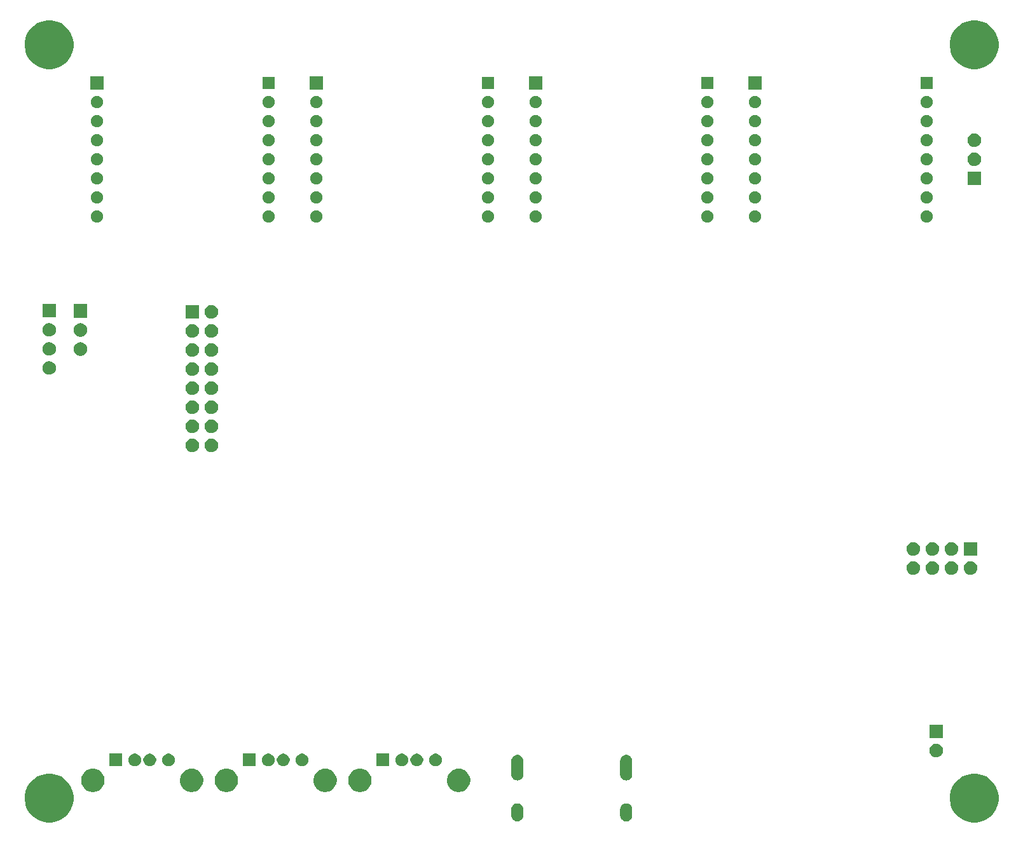
<source format=gbr>
G04 #@! TF.GenerationSoftware,KiCad,Pcbnew,(5.1.5)-3*
G04 #@! TF.CreationDate,2020-12-07T15:57:25+01:00*
G04 #@! TF.ProjectId,Jupiter,4a757069-7465-4722-9e6b-696361645f70,0.1*
G04 #@! TF.SameCoordinates,Original*
G04 #@! TF.FileFunction,Soldermask,Bot*
G04 #@! TF.FilePolarity,Negative*
%FSLAX46Y46*%
G04 Gerber Fmt 4.6, Leading zero omitted, Abs format (unit mm)*
G04 Created by KiCad (PCBNEW (5.1.5)-3) date 2020-12-07 15:57:25*
%MOMM*%
%LPD*%
G04 APERTURE LIST*
%ADD10C,0.100000*%
G04 APERTURE END LIST*
D10*
G36*
X205104239Y-127621467D02*
G01*
X205418282Y-127683934D01*
X206009926Y-127929001D01*
X206542392Y-128284784D01*
X206995216Y-128737608D01*
X207350999Y-129270074D01*
X207506191Y-129644741D01*
X207596066Y-129861719D01*
X207721000Y-130489803D01*
X207721000Y-131130197D01*
X207658533Y-131444239D01*
X207596066Y-131758282D01*
X207350999Y-132349926D01*
X206995216Y-132882392D01*
X206542392Y-133335216D01*
X206009926Y-133690999D01*
X205418282Y-133936066D01*
X205104239Y-133998533D01*
X204790197Y-134061000D01*
X204149803Y-134061000D01*
X203835761Y-133998533D01*
X203521718Y-133936066D01*
X202930074Y-133690999D01*
X202397608Y-133335216D01*
X201944784Y-132882392D01*
X201589001Y-132349926D01*
X201343934Y-131758282D01*
X201281467Y-131444239D01*
X201219000Y-131130197D01*
X201219000Y-130489803D01*
X201343934Y-129861719D01*
X201433809Y-129644741D01*
X201589001Y-129270074D01*
X201944784Y-128737608D01*
X202397608Y-128284784D01*
X202930074Y-127929001D01*
X203521718Y-127683934D01*
X203835761Y-127621467D01*
X204149803Y-127559000D01*
X204790197Y-127559000D01*
X205104239Y-127621467D01*
G37*
G36*
X81914239Y-127621467D02*
G01*
X82228282Y-127683934D01*
X82819926Y-127929001D01*
X83352392Y-128284784D01*
X83805216Y-128737608D01*
X84160999Y-129270074D01*
X84316191Y-129644741D01*
X84406066Y-129861719D01*
X84531000Y-130489803D01*
X84531000Y-131130197D01*
X84468533Y-131444239D01*
X84406066Y-131758282D01*
X84160999Y-132349926D01*
X83805216Y-132882392D01*
X83352392Y-133335216D01*
X82819926Y-133690999D01*
X82228282Y-133936066D01*
X81914239Y-133998533D01*
X81600197Y-134061000D01*
X80959803Y-134061000D01*
X80645761Y-133998533D01*
X80331718Y-133936066D01*
X79740074Y-133690999D01*
X79207608Y-133335216D01*
X78754784Y-132882392D01*
X78399001Y-132349926D01*
X78153934Y-131758282D01*
X78091467Y-131444239D01*
X78029000Y-131130197D01*
X78029000Y-130489803D01*
X78153934Y-129861719D01*
X78243809Y-129644741D01*
X78399001Y-129270074D01*
X78754784Y-128737608D01*
X79207608Y-128284784D01*
X79740074Y-127929001D01*
X80331718Y-127683934D01*
X80645761Y-127621467D01*
X80959803Y-127559000D01*
X81600197Y-127559000D01*
X81914239Y-127621467D01*
G37*
G36*
X158283022Y-131516590D02*
G01*
X158383681Y-131547125D01*
X158434012Y-131562392D01*
X158573164Y-131636771D01*
X158695133Y-131736867D01*
X158795229Y-131858835D01*
X158869608Y-131997987D01*
X158884875Y-132048318D01*
X158915410Y-132148977D01*
X158927000Y-132266655D01*
X158927000Y-133145345D01*
X158915410Y-133263023D01*
X158893510Y-133335216D01*
X158869608Y-133414013D01*
X158795229Y-133553165D01*
X158695133Y-133675133D01*
X158573165Y-133775229D01*
X158434013Y-133849608D01*
X158383682Y-133864875D01*
X158283023Y-133895410D01*
X158126000Y-133910875D01*
X157968978Y-133895410D01*
X157868319Y-133864875D01*
X157817988Y-133849608D01*
X157678836Y-133775229D01*
X157556868Y-133675133D01*
X157456772Y-133553165D01*
X157382393Y-133414013D01*
X157358491Y-133335216D01*
X157336591Y-133263023D01*
X157325000Y-133145345D01*
X157325000Y-132266656D01*
X157336590Y-132148978D01*
X157382392Y-131997989D01*
X157382392Y-131997988D01*
X157456771Y-131858836D01*
X157456772Y-131858835D01*
X157556867Y-131736867D01*
X157678835Y-131636771D01*
X157817987Y-131562392D01*
X157868318Y-131547125D01*
X157968977Y-131516590D01*
X158126000Y-131501125D01*
X158283022Y-131516590D01*
G37*
G36*
X143783022Y-131516590D02*
G01*
X143883681Y-131547125D01*
X143934012Y-131562392D01*
X144073164Y-131636771D01*
X144195133Y-131736867D01*
X144295229Y-131858835D01*
X144369608Y-131997987D01*
X144384875Y-132048318D01*
X144415410Y-132148977D01*
X144427000Y-132266655D01*
X144427000Y-133145345D01*
X144415410Y-133263023D01*
X144393510Y-133335216D01*
X144369608Y-133414013D01*
X144295229Y-133553165D01*
X144195133Y-133675133D01*
X144073165Y-133775229D01*
X143934013Y-133849608D01*
X143883682Y-133864875D01*
X143783023Y-133895410D01*
X143626000Y-133910875D01*
X143468978Y-133895410D01*
X143368319Y-133864875D01*
X143317988Y-133849608D01*
X143178836Y-133775229D01*
X143056868Y-133675133D01*
X142956772Y-133553165D01*
X142882393Y-133414013D01*
X142858491Y-133335216D01*
X142836591Y-133263023D01*
X142825000Y-133145345D01*
X142825000Y-132266656D01*
X142836590Y-132148978D01*
X142882392Y-131997989D01*
X142882392Y-131997988D01*
X142956771Y-131858836D01*
X142956772Y-131858835D01*
X143056867Y-131736867D01*
X143178835Y-131636771D01*
X143317987Y-131562392D01*
X143368318Y-131547125D01*
X143468977Y-131516590D01*
X143626000Y-131501125D01*
X143783022Y-131516590D01*
G37*
G36*
X87402585Y-126918802D02*
G01*
X87552410Y-126948604D01*
X87834674Y-127065521D01*
X88088705Y-127235259D01*
X88304741Y-127451295D01*
X88474479Y-127705326D01*
X88591396Y-127987590D01*
X88591396Y-127987591D01*
X88651000Y-128287239D01*
X88651000Y-128592761D01*
X88633791Y-128679276D01*
X88591396Y-128892410D01*
X88474479Y-129174674D01*
X88304741Y-129428705D01*
X88088705Y-129644741D01*
X87834674Y-129814479D01*
X87552410Y-129931396D01*
X87402585Y-129961198D01*
X87252761Y-129991000D01*
X86947239Y-129991000D01*
X86797415Y-129961198D01*
X86647590Y-129931396D01*
X86365326Y-129814479D01*
X86111295Y-129644741D01*
X85895259Y-129428705D01*
X85725521Y-129174674D01*
X85608604Y-128892410D01*
X85566209Y-128679276D01*
X85549000Y-128592761D01*
X85549000Y-128287239D01*
X85608604Y-127987591D01*
X85608604Y-127987590D01*
X85725521Y-127705326D01*
X85895259Y-127451295D01*
X86111295Y-127235259D01*
X86365326Y-127065521D01*
X86647590Y-126948604D01*
X86797415Y-126918802D01*
X86947239Y-126889000D01*
X87252761Y-126889000D01*
X87402585Y-126918802D01*
G37*
G36*
X105182585Y-126918802D02*
G01*
X105332410Y-126948604D01*
X105614674Y-127065521D01*
X105868705Y-127235259D01*
X106084741Y-127451295D01*
X106254479Y-127705326D01*
X106371396Y-127987590D01*
X106371396Y-127987591D01*
X106431000Y-128287239D01*
X106431000Y-128592761D01*
X106413791Y-128679276D01*
X106371396Y-128892410D01*
X106254479Y-129174674D01*
X106084741Y-129428705D01*
X105868705Y-129644741D01*
X105614674Y-129814479D01*
X105332410Y-129931396D01*
X105182585Y-129961198D01*
X105032761Y-129991000D01*
X104727239Y-129991000D01*
X104577415Y-129961198D01*
X104427590Y-129931396D01*
X104145326Y-129814479D01*
X103891295Y-129644741D01*
X103675259Y-129428705D01*
X103505521Y-129174674D01*
X103388604Y-128892410D01*
X103346209Y-128679276D01*
X103329000Y-128592761D01*
X103329000Y-128287239D01*
X103388604Y-127987591D01*
X103388604Y-127987590D01*
X103505521Y-127705326D01*
X103675259Y-127451295D01*
X103891295Y-127235259D01*
X104145326Y-127065521D01*
X104427590Y-126948604D01*
X104577415Y-126918802D01*
X104727239Y-126889000D01*
X105032761Y-126889000D01*
X105182585Y-126918802D01*
G37*
G36*
X118322585Y-126918802D02*
G01*
X118472410Y-126948604D01*
X118754674Y-127065521D01*
X119008705Y-127235259D01*
X119224741Y-127451295D01*
X119394479Y-127705326D01*
X119511396Y-127987590D01*
X119511396Y-127987591D01*
X119571000Y-128287239D01*
X119571000Y-128592761D01*
X119553791Y-128679276D01*
X119511396Y-128892410D01*
X119394479Y-129174674D01*
X119224741Y-129428705D01*
X119008705Y-129644741D01*
X118754674Y-129814479D01*
X118472410Y-129931396D01*
X118322585Y-129961198D01*
X118172761Y-129991000D01*
X117867239Y-129991000D01*
X117717415Y-129961198D01*
X117567590Y-129931396D01*
X117285326Y-129814479D01*
X117031295Y-129644741D01*
X116815259Y-129428705D01*
X116645521Y-129174674D01*
X116528604Y-128892410D01*
X116486209Y-128679276D01*
X116469000Y-128592761D01*
X116469000Y-128287239D01*
X116528604Y-127987591D01*
X116528604Y-127987590D01*
X116645521Y-127705326D01*
X116815259Y-127451295D01*
X117031295Y-127235259D01*
X117285326Y-127065521D01*
X117567590Y-126948604D01*
X117717415Y-126918802D01*
X117867239Y-126889000D01*
X118172761Y-126889000D01*
X118322585Y-126918802D01*
G37*
G36*
X122962585Y-126918802D02*
G01*
X123112410Y-126948604D01*
X123394674Y-127065521D01*
X123648705Y-127235259D01*
X123864741Y-127451295D01*
X124034479Y-127705326D01*
X124151396Y-127987590D01*
X124151396Y-127987591D01*
X124211000Y-128287239D01*
X124211000Y-128592761D01*
X124193791Y-128679276D01*
X124151396Y-128892410D01*
X124034479Y-129174674D01*
X123864741Y-129428705D01*
X123648705Y-129644741D01*
X123394674Y-129814479D01*
X123112410Y-129931396D01*
X122962585Y-129961198D01*
X122812761Y-129991000D01*
X122507239Y-129991000D01*
X122357415Y-129961198D01*
X122207590Y-129931396D01*
X121925326Y-129814479D01*
X121671295Y-129644741D01*
X121455259Y-129428705D01*
X121285521Y-129174674D01*
X121168604Y-128892410D01*
X121126209Y-128679276D01*
X121109000Y-128592761D01*
X121109000Y-128287239D01*
X121168604Y-127987591D01*
X121168604Y-127987590D01*
X121285521Y-127705326D01*
X121455259Y-127451295D01*
X121671295Y-127235259D01*
X121925326Y-127065521D01*
X122207590Y-126948604D01*
X122357415Y-126918802D01*
X122507239Y-126889000D01*
X122812761Y-126889000D01*
X122962585Y-126918802D01*
G37*
G36*
X100542585Y-126918802D02*
G01*
X100692410Y-126948604D01*
X100974674Y-127065521D01*
X101228705Y-127235259D01*
X101444741Y-127451295D01*
X101614479Y-127705326D01*
X101731396Y-127987590D01*
X101731396Y-127987591D01*
X101791000Y-128287239D01*
X101791000Y-128592761D01*
X101773791Y-128679276D01*
X101731396Y-128892410D01*
X101614479Y-129174674D01*
X101444741Y-129428705D01*
X101228705Y-129644741D01*
X100974674Y-129814479D01*
X100692410Y-129931396D01*
X100542585Y-129961198D01*
X100392761Y-129991000D01*
X100087239Y-129991000D01*
X99937415Y-129961198D01*
X99787590Y-129931396D01*
X99505326Y-129814479D01*
X99251295Y-129644741D01*
X99035259Y-129428705D01*
X98865521Y-129174674D01*
X98748604Y-128892410D01*
X98706209Y-128679276D01*
X98689000Y-128592761D01*
X98689000Y-128287239D01*
X98748604Y-127987591D01*
X98748604Y-127987590D01*
X98865521Y-127705326D01*
X99035259Y-127451295D01*
X99251295Y-127235259D01*
X99505326Y-127065521D01*
X99787590Y-126948604D01*
X99937415Y-126918802D01*
X100087239Y-126889000D01*
X100392761Y-126889000D01*
X100542585Y-126918802D01*
G37*
G36*
X136102585Y-126918802D02*
G01*
X136252410Y-126948604D01*
X136534674Y-127065521D01*
X136788705Y-127235259D01*
X137004741Y-127451295D01*
X137174479Y-127705326D01*
X137291396Y-127987590D01*
X137291396Y-127987591D01*
X137351000Y-128287239D01*
X137351000Y-128592761D01*
X137333791Y-128679276D01*
X137291396Y-128892410D01*
X137174479Y-129174674D01*
X137004741Y-129428705D01*
X136788705Y-129644741D01*
X136534674Y-129814479D01*
X136252410Y-129931396D01*
X136102585Y-129961198D01*
X135952761Y-129991000D01*
X135647239Y-129991000D01*
X135497415Y-129961198D01*
X135347590Y-129931396D01*
X135065326Y-129814479D01*
X134811295Y-129644741D01*
X134595259Y-129428705D01*
X134425521Y-129174674D01*
X134308604Y-128892410D01*
X134266209Y-128679276D01*
X134249000Y-128592761D01*
X134249000Y-128287239D01*
X134308604Y-127987591D01*
X134308604Y-127987590D01*
X134425521Y-127705326D01*
X134595259Y-127451295D01*
X134811295Y-127235259D01*
X135065326Y-127065521D01*
X135347590Y-126948604D01*
X135497415Y-126918802D01*
X135647239Y-126889000D01*
X135952761Y-126889000D01*
X136102585Y-126918802D01*
G37*
G36*
X143783022Y-125056590D02*
G01*
X143883681Y-125087125D01*
X143934012Y-125102392D01*
X144041511Y-125159852D01*
X144073164Y-125176771D01*
X144195133Y-125276867D01*
X144236196Y-125326903D01*
X144295229Y-125398835D01*
X144369608Y-125537987D01*
X144384875Y-125588318D01*
X144415410Y-125688977D01*
X144427000Y-125806655D01*
X144427000Y-127685345D01*
X144415410Y-127803023D01*
X144384875Y-127903682D01*
X144369608Y-127954013D01*
X144295229Y-128093165D01*
X144195133Y-128215133D01*
X144073165Y-128315229D01*
X143934013Y-128389608D01*
X143883682Y-128404875D01*
X143783023Y-128435410D01*
X143626000Y-128450875D01*
X143468978Y-128435410D01*
X143368319Y-128404875D01*
X143317988Y-128389608D01*
X143178836Y-128315229D01*
X143056868Y-128215133D01*
X142956772Y-128093165D01*
X142882393Y-127954013D01*
X142867126Y-127903682D01*
X142836591Y-127803023D01*
X142825001Y-127685345D01*
X142825000Y-125806656D01*
X142836590Y-125688978D01*
X142882392Y-125537989D01*
X142882392Y-125537988D01*
X142956771Y-125398836D01*
X142987822Y-125361000D01*
X143056867Y-125276867D01*
X143178835Y-125176771D01*
X143210488Y-125159852D01*
X143317987Y-125102392D01*
X143368318Y-125087125D01*
X143468977Y-125056590D01*
X143626000Y-125041125D01*
X143783022Y-125056590D01*
G37*
G36*
X158283022Y-125056590D02*
G01*
X158383681Y-125087125D01*
X158434012Y-125102392D01*
X158541511Y-125159852D01*
X158573164Y-125176771D01*
X158695133Y-125276867D01*
X158736196Y-125326903D01*
X158795229Y-125398835D01*
X158869608Y-125537987D01*
X158884875Y-125588318D01*
X158915410Y-125688977D01*
X158927000Y-125806655D01*
X158927000Y-127685345D01*
X158915410Y-127803023D01*
X158884875Y-127903682D01*
X158869608Y-127954013D01*
X158795229Y-128093165D01*
X158695133Y-128215133D01*
X158573165Y-128315229D01*
X158434013Y-128389608D01*
X158383682Y-128404875D01*
X158283023Y-128435410D01*
X158126000Y-128450875D01*
X157968978Y-128435410D01*
X157868319Y-128404875D01*
X157817988Y-128389608D01*
X157678836Y-128315229D01*
X157556868Y-128215133D01*
X157456772Y-128093165D01*
X157382393Y-127954013D01*
X157367126Y-127903682D01*
X157336591Y-127803023D01*
X157325001Y-127685345D01*
X157325000Y-125806656D01*
X157336590Y-125688978D01*
X157382392Y-125537989D01*
X157382392Y-125537988D01*
X157456771Y-125398836D01*
X157487822Y-125361000D01*
X157556867Y-125276867D01*
X157678835Y-125176771D01*
X157710488Y-125159852D01*
X157817987Y-125102392D01*
X157868318Y-125087125D01*
X157968977Y-125056590D01*
X158126000Y-125041125D01*
X158283022Y-125056590D01*
G37*
G36*
X132978228Y-124911703D02*
G01*
X133133100Y-124975853D01*
X133272481Y-125068985D01*
X133391015Y-125187519D01*
X133484147Y-125326900D01*
X133548297Y-125481772D01*
X133581000Y-125646184D01*
X133581000Y-125813816D01*
X133548297Y-125978228D01*
X133484147Y-126133100D01*
X133391015Y-126272481D01*
X133272481Y-126391015D01*
X133133100Y-126484147D01*
X132978228Y-126548297D01*
X132813816Y-126581000D01*
X132646184Y-126581000D01*
X132481772Y-126548297D01*
X132326900Y-126484147D01*
X132187519Y-126391015D01*
X132068985Y-126272481D01*
X131975853Y-126133100D01*
X131911703Y-125978228D01*
X131879000Y-125813816D01*
X131879000Y-125646184D01*
X131911703Y-125481772D01*
X131975853Y-125326900D01*
X132068985Y-125187519D01*
X132187519Y-125068985D01*
X132326900Y-124975853D01*
X132481772Y-124911703D01*
X132646184Y-124879000D01*
X132813816Y-124879000D01*
X132978228Y-124911703D01*
G37*
G36*
X130478228Y-124911703D02*
G01*
X130633100Y-124975853D01*
X130772481Y-125068985D01*
X130891015Y-125187519D01*
X130984147Y-125326900D01*
X131048297Y-125481772D01*
X131081000Y-125646184D01*
X131081000Y-125813816D01*
X131048297Y-125978228D01*
X130984147Y-126133100D01*
X130891015Y-126272481D01*
X130772481Y-126391015D01*
X130633100Y-126484147D01*
X130478228Y-126548297D01*
X130313816Y-126581000D01*
X130146184Y-126581000D01*
X129981772Y-126548297D01*
X129826900Y-126484147D01*
X129687519Y-126391015D01*
X129568985Y-126272481D01*
X129475853Y-126133100D01*
X129411703Y-125978228D01*
X129379000Y-125813816D01*
X129379000Y-125646184D01*
X129411703Y-125481772D01*
X129475853Y-125326900D01*
X129568985Y-125187519D01*
X129687519Y-125068985D01*
X129826900Y-124975853D01*
X129981772Y-124911703D01*
X130146184Y-124879000D01*
X130313816Y-124879000D01*
X130478228Y-124911703D01*
G37*
G36*
X126581000Y-126581000D02*
G01*
X124879000Y-126581000D01*
X124879000Y-124879000D01*
X126581000Y-124879000D01*
X126581000Y-126581000D01*
G37*
G36*
X94918228Y-124911703D02*
G01*
X95073100Y-124975853D01*
X95212481Y-125068985D01*
X95331015Y-125187519D01*
X95424147Y-125326900D01*
X95488297Y-125481772D01*
X95521000Y-125646184D01*
X95521000Y-125813816D01*
X95488297Y-125978228D01*
X95424147Y-126133100D01*
X95331015Y-126272481D01*
X95212481Y-126391015D01*
X95073100Y-126484147D01*
X94918228Y-126548297D01*
X94753816Y-126581000D01*
X94586184Y-126581000D01*
X94421772Y-126548297D01*
X94266900Y-126484147D01*
X94127519Y-126391015D01*
X94008985Y-126272481D01*
X93915853Y-126133100D01*
X93851703Y-125978228D01*
X93819000Y-125813816D01*
X93819000Y-125646184D01*
X93851703Y-125481772D01*
X93915853Y-125326900D01*
X94008985Y-125187519D01*
X94127519Y-125068985D01*
X94266900Y-124975853D01*
X94421772Y-124911703D01*
X94586184Y-124879000D01*
X94753816Y-124879000D01*
X94918228Y-124911703D01*
G37*
G36*
X92918228Y-124911703D02*
G01*
X93073100Y-124975853D01*
X93212481Y-125068985D01*
X93331015Y-125187519D01*
X93424147Y-125326900D01*
X93488297Y-125481772D01*
X93521000Y-125646184D01*
X93521000Y-125813816D01*
X93488297Y-125978228D01*
X93424147Y-126133100D01*
X93331015Y-126272481D01*
X93212481Y-126391015D01*
X93073100Y-126484147D01*
X92918228Y-126548297D01*
X92753816Y-126581000D01*
X92586184Y-126581000D01*
X92421772Y-126548297D01*
X92266900Y-126484147D01*
X92127519Y-126391015D01*
X92008985Y-126272481D01*
X91915853Y-126133100D01*
X91851703Y-125978228D01*
X91819000Y-125813816D01*
X91819000Y-125646184D01*
X91851703Y-125481772D01*
X91915853Y-125326900D01*
X92008985Y-125187519D01*
X92127519Y-125068985D01*
X92266900Y-124975853D01*
X92421772Y-124911703D01*
X92586184Y-124879000D01*
X92753816Y-124879000D01*
X92918228Y-124911703D01*
G37*
G36*
X91021000Y-126581000D02*
G01*
X89319000Y-126581000D01*
X89319000Y-124879000D01*
X91021000Y-124879000D01*
X91021000Y-126581000D01*
G37*
G36*
X97418228Y-124911703D02*
G01*
X97573100Y-124975853D01*
X97712481Y-125068985D01*
X97831015Y-125187519D01*
X97924147Y-125326900D01*
X97988297Y-125481772D01*
X98021000Y-125646184D01*
X98021000Y-125813816D01*
X97988297Y-125978228D01*
X97924147Y-126133100D01*
X97831015Y-126272481D01*
X97712481Y-126391015D01*
X97573100Y-126484147D01*
X97418228Y-126548297D01*
X97253816Y-126581000D01*
X97086184Y-126581000D01*
X96921772Y-126548297D01*
X96766900Y-126484147D01*
X96627519Y-126391015D01*
X96508985Y-126272481D01*
X96415853Y-126133100D01*
X96351703Y-125978228D01*
X96319000Y-125813816D01*
X96319000Y-125646184D01*
X96351703Y-125481772D01*
X96415853Y-125326900D01*
X96508985Y-125187519D01*
X96627519Y-125068985D01*
X96766900Y-124975853D01*
X96921772Y-124911703D01*
X97086184Y-124879000D01*
X97253816Y-124879000D01*
X97418228Y-124911703D01*
G37*
G36*
X108801000Y-126581000D02*
G01*
X107099000Y-126581000D01*
X107099000Y-124879000D01*
X108801000Y-124879000D01*
X108801000Y-126581000D01*
G37*
G36*
X110698228Y-124911703D02*
G01*
X110853100Y-124975853D01*
X110992481Y-125068985D01*
X111111015Y-125187519D01*
X111204147Y-125326900D01*
X111268297Y-125481772D01*
X111301000Y-125646184D01*
X111301000Y-125813816D01*
X111268297Y-125978228D01*
X111204147Y-126133100D01*
X111111015Y-126272481D01*
X110992481Y-126391015D01*
X110853100Y-126484147D01*
X110698228Y-126548297D01*
X110533816Y-126581000D01*
X110366184Y-126581000D01*
X110201772Y-126548297D01*
X110046900Y-126484147D01*
X109907519Y-126391015D01*
X109788985Y-126272481D01*
X109695853Y-126133100D01*
X109631703Y-125978228D01*
X109599000Y-125813816D01*
X109599000Y-125646184D01*
X109631703Y-125481772D01*
X109695853Y-125326900D01*
X109788985Y-125187519D01*
X109907519Y-125068985D01*
X110046900Y-124975853D01*
X110201772Y-124911703D01*
X110366184Y-124879000D01*
X110533816Y-124879000D01*
X110698228Y-124911703D01*
G37*
G36*
X112698228Y-124911703D02*
G01*
X112853100Y-124975853D01*
X112992481Y-125068985D01*
X113111015Y-125187519D01*
X113204147Y-125326900D01*
X113268297Y-125481772D01*
X113301000Y-125646184D01*
X113301000Y-125813816D01*
X113268297Y-125978228D01*
X113204147Y-126133100D01*
X113111015Y-126272481D01*
X112992481Y-126391015D01*
X112853100Y-126484147D01*
X112698228Y-126548297D01*
X112533816Y-126581000D01*
X112366184Y-126581000D01*
X112201772Y-126548297D01*
X112046900Y-126484147D01*
X111907519Y-126391015D01*
X111788985Y-126272481D01*
X111695853Y-126133100D01*
X111631703Y-125978228D01*
X111599000Y-125813816D01*
X111599000Y-125646184D01*
X111631703Y-125481772D01*
X111695853Y-125326900D01*
X111788985Y-125187519D01*
X111907519Y-125068985D01*
X112046900Y-124975853D01*
X112201772Y-124911703D01*
X112366184Y-124879000D01*
X112533816Y-124879000D01*
X112698228Y-124911703D01*
G37*
G36*
X115198228Y-124911703D02*
G01*
X115353100Y-124975853D01*
X115492481Y-125068985D01*
X115611015Y-125187519D01*
X115704147Y-125326900D01*
X115768297Y-125481772D01*
X115801000Y-125646184D01*
X115801000Y-125813816D01*
X115768297Y-125978228D01*
X115704147Y-126133100D01*
X115611015Y-126272481D01*
X115492481Y-126391015D01*
X115353100Y-126484147D01*
X115198228Y-126548297D01*
X115033816Y-126581000D01*
X114866184Y-126581000D01*
X114701772Y-126548297D01*
X114546900Y-126484147D01*
X114407519Y-126391015D01*
X114288985Y-126272481D01*
X114195853Y-126133100D01*
X114131703Y-125978228D01*
X114099000Y-125813816D01*
X114099000Y-125646184D01*
X114131703Y-125481772D01*
X114195853Y-125326900D01*
X114288985Y-125187519D01*
X114407519Y-125068985D01*
X114546900Y-124975853D01*
X114701772Y-124911703D01*
X114866184Y-124879000D01*
X115033816Y-124879000D01*
X115198228Y-124911703D01*
G37*
G36*
X128478228Y-124911703D02*
G01*
X128633100Y-124975853D01*
X128772481Y-125068985D01*
X128891015Y-125187519D01*
X128984147Y-125326900D01*
X129048297Y-125481772D01*
X129081000Y-125646184D01*
X129081000Y-125813816D01*
X129048297Y-125978228D01*
X128984147Y-126133100D01*
X128891015Y-126272481D01*
X128772481Y-126391015D01*
X128633100Y-126484147D01*
X128478228Y-126548297D01*
X128313816Y-126581000D01*
X128146184Y-126581000D01*
X127981772Y-126548297D01*
X127826900Y-126484147D01*
X127687519Y-126391015D01*
X127568985Y-126272481D01*
X127475853Y-126133100D01*
X127411703Y-125978228D01*
X127379000Y-125813816D01*
X127379000Y-125646184D01*
X127411703Y-125481772D01*
X127475853Y-125326900D01*
X127568985Y-125187519D01*
X127687519Y-125068985D01*
X127826900Y-124975853D01*
X127981772Y-124911703D01*
X128146184Y-124879000D01*
X128313816Y-124879000D01*
X128478228Y-124911703D01*
G37*
G36*
X199503512Y-123563927D02*
G01*
X199652812Y-123593624D01*
X199816784Y-123661544D01*
X199964354Y-123760147D01*
X200089853Y-123885646D01*
X200188456Y-124033216D01*
X200256376Y-124197188D01*
X200291000Y-124371259D01*
X200291000Y-124548741D01*
X200256376Y-124722812D01*
X200188456Y-124886784D01*
X200089853Y-125034354D01*
X199964354Y-125159853D01*
X199816784Y-125258456D01*
X199652812Y-125326376D01*
X199503512Y-125356073D01*
X199478742Y-125361000D01*
X199301258Y-125361000D01*
X199276488Y-125356073D01*
X199127188Y-125326376D01*
X198963216Y-125258456D01*
X198815646Y-125159853D01*
X198690147Y-125034354D01*
X198591544Y-124886784D01*
X198523624Y-124722812D01*
X198489000Y-124548741D01*
X198489000Y-124371259D01*
X198523624Y-124197188D01*
X198591544Y-124033216D01*
X198690147Y-123885646D01*
X198815646Y-123760147D01*
X198963216Y-123661544D01*
X199127188Y-123593624D01*
X199276488Y-123563927D01*
X199301258Y-123559000D01*
X199478742Y-123559000D01*
X199503512Y-123563927D01*
G37*
G36*
X200291000Y-122821000D02*
G01*
X198489000Y-122821000D01*
X198489000Y-121019000D01*
X200291000Y-121019000D01*
X200291000Y-122821000D01*
G37*
G36*
X199000592Y-99256127D02*
G01*
X199149892Y-99285824D01*
X199313864Y-99353744D01*
X199461434Y-99452347D01*
X199586933Y-99577846D01*
X199685536Y-99725416D01*
X199753456Y-99889388D01*
X199788080Y-100063459D01*
X199788080Y-100240941D01*
X199753456Y-100415012D01*
X199685536Y-100578984D01*
X199586933Y-100726554D01*
X199461434Y-100852053D01*
X199313864Y-100950656D01*
X199149892Y-101018576D01*
X199000592Y-101048273D01*
X198975822Y-101053200D01*
X198798338Y-101053200D01*
X198773568Y-101048273D01*
X198624268Y-101018576D01*
X198460296Y-100950656D01*
X198312726Y-100852053D01*
X198187227Y-100726554D01*
X198088624Y-100578984D01*
X198020704Y-100415012D01*
X197986080Y-100240941D01*
X197986080Y-100063459D01*
X198020704Y-99889388D01*
X198088624Y-99725416D01*
X198187227Y-99577846D01*
X198312726Y-99452347D01*
X198460296Y-99353744D01*
X198624268Y-99285824D01*
X198773568Y-99256127D01*
X198798338Y-99251200D01*
X198975822Y-99251200D01*
X199000592Y-99256127D01*
G37*
G36*
X201540592Y-99256127D02*
G01*
X201689892Y-99285824D01*
X201853864Y-99353744D01*
X202001434Y-99452347D01*
X202126933Y-99577846D01*
X202225536Y-99725416D01*
X202293456Y-99889388D01*
X202328080Y-100063459D01*
X202328080Y-100240941D01*
X202293456Y-100415012D01*
X202225536Y-100578984D01*
X202126933Y-100726554D01*
X202001434Y-100852053D01*
X201853864Y-100950656D01*
X201689892Y-101018576D01*
X201540592Y-101048273D01*
X201515822Y-101053200D01*
X201338338Y-101053200D01*
X201313568Y-101048273D01*
X201164268Y-101018576D01*
X201000296Y-100950656D01*
X200852726Y-100852053D01*
X200727227Y-100726554D01*
X200628624Y-100578984D01*
X200560704Y-100415012D01*
X200526080Y-100240941D01*
X200526080Y-100063459D01*
X200560704Y-99889388D01*
X200628624Y-99725416D01*
X200727227Y-99577846D01*
X200852726Y-99452347D01*
X201000296Y-99353744D01*
X201164268Y-99285824D01*
X201313568Y-99256127D01*
X201338338Y-99251200D01*
X201515822Y-99251200D01*
X201540592Y-99256127D01*
G37*
G36*
X204080592Y-99256127D02*
G01*
X204229892Y-99285824D01*
X204393864Y-99353744D01*
X204541434Y-99452347D01*
X204666933Y-99577846D01*
X204765536Y-99725416D01*
X204833456Y-99889388D01*
X204868080Y-100063459D01*
X204868080Y-100240941D01*
X204833456Y-100415012D01*
X204765536Y-100578984D01*
X204666933Y-100726554D01*
X204541434Y-100852053D01*
X204393864Y-100950656D01*
X204229892Y-101018576D01*
X204080592Y-101048273D01*
X204055822Y-101053200D01*
X203878338Y-101053200D01*
X203853568Y-101048273D01*
X203704268Y-101018576D01*
X203540296Y-100950656D01*
X203392726Y-100852053D01*
X203267227Y-100726554D01*
X203168624Y-100578984D01*
X203100704Y-100415012D01*
X203066080Y-100240941D01*
X203066080Y-100063459D01*
X203100704Y-99889388D01*
X203168624Y-99725416D01*
X203267227Y-99577846D01*
X203392726Y-99452347D01*
X203540296Y-99353744D01*
X203704268Y-99285824D01*
X203853568Y-99256127D01*
X203878338Y-99251200D01*
X204055822Y-99251200D01*
X204080592Y-99256127D01*
G37*
G36*
X196460592Y-99256127D02*
G01*
X196609892Y-99285824D01*
X196773864Y-99353744D01*
X196921434Y-99452347D01*
X197046933Y-99577846D01*
X197145536Y-99725416D01*
X197213456Y-99889388D01*
X197248080Y-100063459D01*
X197248080Y-100240941D01*
X197213456Y-100415012D01*
X197145536Y-100578984D01*
X197046933Y-100726554D01*
X196921434Y-100852053D01*
X196773864Y-100950656D01*
X196609892Y-101018576D01*
X196460592Y-101048273D01*
X196435822Y-101053200D01*
X196258338Y-101053200D01*
X196233568Y-101048273D01*
X196084268Y-101018576D01*
X195920296Y-100950656D01*
X195772726Y-100852053D01*
X195647227Y-100726554D01*
X195548624Y-100578984D01*
X195480704Y-100415012D01*
X195446080Y-100240941D01*
X195446080Y-100063459D01*
X195480704Y-99889388D01*
X195548624Y-99725416D01*
X195647227Y-99577846D01*
X195772726Y-99452347D01*
X195920296Y-99353744D01*
X196084268Y-99285824D01*
X196233568Y-99256127D01*
X196258338Y-99251200D01*
X196435822Y-99251200D01*
X196460592Y-99256127D01*
G37*
G36*
X196460592Y-96716127D02*
G01*
X196609892Y-96745824D01*
X196773864Y-96813744D01*
X196921434Y-96912347D01*
X197046933Y-97037846D01*
X197145536Y-97185416D01*
X197213456Y-97349388D01*
X197248080Y-97523459D01*
X197248080Y-97700941D01*
X197213456Y-97875012D01*
X197145536Y-98038984D01*
X197046933Y-98186554D01*
X196921434Y-98312053D01*
X196773864Y-98410656D01*
X196609892Y-98478576D01*
X196460592Y-98508273D01*
X196435822Y-98513200D01*
X196258338Y-98513200D01*
X196233568Y-98508273D01*
X196084268Y-98478576D01*
X195920296Y-98410656D01*
X195772726Y-98312053D01*
X195647227Y-98186554D01*
X195548624Y-98038984D01*
X195480704Y-97875012D01*
X195446080Y-97700941D01*
X195446080Y-97523459D01*
X195480704Y-97349388D01*
X195548624Y-97185416D01*
X195647227Y-97037846D01*
X195772726Y-96912347D01*
X195920296Y-96813744D01*
X196084268Y-96745824D01*
X196233568Y-96716127D01*
X196258338Y-96711200D01*
X196435822Y-96711200D01*
X196460592Y-96716127D01*
G37*
G36*
X204868080Y-98513200D02*
G01*
X203066080Y-98513200D01*
X203066080Y-96711200D01*
X204868080Y-96711200D01*
X204868080Y-98513200D01*
G37*
G36*
X199000592Y-96716127D02*
G01*
X199149892Y-96745824D01*
X199313864Y-96813744D01*
X199461434Y-96912347D01*
X199586933Y-97037846D01*
X199685536Y-97185416D01*
X199753456Y-97349388D01*
X199788080Y-97523459D01*
X199788080Y-97700941D01*
X199753456Y-97875012D01*
X199685536Y-98038984D01*
X199586933Y-98186554D01*
X199461434Y-98312053D01*
X199313864Y-98410656D01*
X199149892Y-98478576D01*
X199000592Y-98508273D01*
X198975822Y-98513200D01*
X198798338Y-98513200D01*
X198773568Y-98508273D01*
X198624268Y-98478576D01*
X198460296Y-98410656D01*
X198312726Y-98312053D01*
X198187227Y-98186554D01*
X198088624Y-98038984D01*
X198020704Y-97875012D01*
X197986080Y-97700941D01*
X197986080Y-97523459D01*
X198020704Y-97349388D01*
X198088624Y-97185416D01*
X198187227Y-97037846D01*
X198312726Y-96912347D01*
X198460296Y-96813744D01*
X198624268Y-96745824D01*
X198773568Y-96716127D01*
X198798338Y-96711200D01*
X198975822Y-96711200D01*
X199000592Y-96716127D01*
G37*
G36*
X201540592Y-96716127D02*
G01*
X201689892Y-96745824D01*
X201853864Y-96813744D01*
X202001434Y-96912347D01*
X202126933Y-97037846D01*
X202225536Y-97185416D01*
X202293456Y-97349388D01*
X202328080Y-97523459D01*
X202328080Y-97700941D01*
X202293456Y-97875012D01*
X202225536Y-98038984D01*
X202126933Y-98186554D01*
X202001434Y-98312053D01*
X201853864Y-98410656D01*
X201689892Y-98478576D01*
X201540592Y-98508273D01*
X201515822Y-98513200D01*
X201338338Y-98513200D01*
X201313568Y-98508273D01*
X201164268Y-98478576D01*
X201000296Y-98410656D01*
X200852726Y-98312053D01*
X200727227Y-98186554D01*
X200628624Y-98038984D01*
X200560704Y-97875012D01*
X200526080Y-97700941D01*
X200526080Y-97523459D01*
X200560704Y-97349388D01*
X200628624Y-97185416D01*
X200727227Y-97037846D01*
X200852726Y-96912347D01*
X201000296Y-96813744D01*
X201164268Y-96745824D01*
X201313568Y-96716127D01*
X201338338Y-96711200D01*
X201515822Y-96711200D01*
X201540592Y-96716127D01*
G37*
G36*
X102983512Y-82923927D02*
G01*
X103132812Y-82953624D01*
X103296784Y-83021544D01*
X103444354Y-83120147D01*
X103569853Y-83245646D01*
X103668456Y-83393216D01*
X103736376Y-83557188D01*
X103771000Y-83731259D01*
X103771000Y-83908741D01*
X103736376Y-84082812D01*
X103668456Y-84246784D01*
X103569853Y-84394354D01*
X103444354Y-84519853D01*
X103296784Y-84618456D01*
X103132812Y-84686376D01*
X102983512Y-84716073D01*
X102958742Y-84721000D01*
X102781258Y-84721000D01*
X102756488Y-84716073D01*
X102607188Y-84686376D01*
X102443216Y-84618456D01*
X102295646Y-84519853D01*
X102170147Y-84394354D01*
X102071544Y-84246784D01*
X102003624Y-84082812D01*
X101969000Y-83908741D01*
X101969000Y-83731259D01*
X102003624Y-83557188D01*
X102071544Y-83393216D01*
X102170147Y-83245646D01*
X102295646Y-83120147D01*
X102443216Y-83021544D01*
X102607188Y-82953624D01*
X102756488Y-82923927D01*
X102781258Y-82919000D01*
X102958742Y-82919000D01*
X102983512Y-82923927D01*
G37*
G36*
X100443512Y-82923927D02*
G01*
X100592812Y-82953624D01*
X100756784Y-83021544D01*
X100904354Y-83120147D01*
X101029853Y-83245646D01*
X101128456Y-83393216D01*
X101196376Y-83557188D01*
X101231000Y-83731259D01*
X101231000Y-83908741D01*
X101196376Y-84082812D01*
X101128456Y-84246784D01*
X101029853Y-84394354D01*
X100904354Y-84519853D01*
X100756784Y-84618456D01*
X100592812Y-84686376D01*
X100443512Y-84716073D01*
X100418742Y-84721000D01*
X100241258Y-84721000D01*
X100216488Y-84716073D01*
X100067188Y-84686376D01*
X99903216Y-84618456D01*
X99755646Y-84519853D01*
X99630147Y-84394354D01*
X99531544Y-84246784D01*
X99463624Y-84082812D01*
X99429000Y-83908741D01*
X99429000Y-83731259D01*
X99463624Y-83557188D01*
X99531544Y-83393216D01*
X99630147Y-83245646D01*
X99755646Y-83120147D01*
X99903216Y-83021544D01*
X100067188Y-82953624D01*
X100216488Y-82923927D01*
X100241258Y-82919000D01*
X100418742Y-82919000D01*
X100443512Y-82923927D01*
G37*
G36*
X102983512Y-80383927D02*
G01*
X103132812Y-80413624D01*
X103296784Y-80481544D01*
X103444354Y-80580147D01*
X103569853Y-80705646D01*
X103668456Y-80853216D01*
X103736376Y-81017188D01*
X103771000Y-81191259D01*
X103771000Y-81368741D01*
X103736376Y-81542812D01*
X103668456Y-81706784D01*
X103569853Y-81854354D01*
X103444354Y-81979853D01*
X103296784Y-82078456D01*
X103132812Y-82146376D01*
X102983512Y-82176073D01*
X102958742Y-82181000D01*
X102781258Y-82181000D01*
X102756488Y-82176073D01*
X102607188Y-82146376D01*
X102443216Y-82078456D01*
X102295646Y-81979853D01*
X102170147Y-81854354D01*
X102071544Y-81706784D01*
X102003624Y-81542812D01*
X101969000Y-81368741D01*
X101969000Y-81191259D01*
X102003624Y-81017188D01*
X102071544Y-80853216D01*
X102170147Y-80705646D01*
X102295646Y-80580147D01*
X102443216Y-80481544D01*
X102607188Y-80413624D01*
X102756488Y-80383927D01*
X102781258Y-80379000D01*
X102958742Y-80379000D01*
X102983512Y-80383927D01*
G37*
G36*
X100443512Y-80383927D02*
G01*
X100592812Y-80413624D01*
X100756784Y-80481544D01*
X100904354Y-80580147D01*
X101029853Y-80705646D01*
X101128456Y-80853216D01*
X101196376Y-81017188D01*
X101231000Y-81191259D01*
X101231000Y-81368741D01*
X101196376Y-81542812D01*
X101128456Y-81706784D01*
X101029853Y-81854354D01*
X100904354Y-81979853D01*
X100756784Y-82078456D01*
X100592812Y-82146376D01*
X100443512Y-82176073D01*
X100418742Y-82181000D01*
X100241258Y-82181000D01*
X100216488Y-82176073D01*
X100067188Y-82146376D01*
X99903216Y-82078456D01*
X99755646Y-81979853D01*
X99630147Y-81854354D01*
X99531544Y-81706784D01*
X99463624Y-81542812D01*
X99429000Y-81368741D01*
X99429000Y-81191259D01*
X99463624Y-81017188D01*
X99531544Y-80853216D01*
X99630147Y-80705646D01*
X99755646Y-80580147D01*
X99903216Y-80481544D01*
X100067188Y-80413624D01*
X100216488Y-80383927D01*
X100241258Y-80379000D01*
X100418742Y-80379000D01*
X100443512Y-80383927D01*
G37*
G36*
X100443512Y-77843927D02*
G01*
X100592812Y-77873624D01*
X100756784Y-77941544D01*
X100904354Y-78040147D01*
X101029853Y-78165646D01*
X101128456Y-78313216D01*
X101196376Y-78477188D01*
X101231000Y-78651259D01*
X101231000Y-78828741D01*
X101196376Y-79002812D01*
X101128456Y-79166784D01*
X101029853Y-79314354D01*
X100904354Y-79439853D01*
X100756784Y-79538456D01*
X100592812Y-79606376D01*
X100443512Y-79636073D01*
X100418742Y-79641000D01*
X100241258Y-79641000D01*
X100216488Y-79636073D01*
X100067188Y-79606376D01*
X99903216Y-79538456D01*
X99755646Y-79439853D01*
X99630147Y-79314354D01*
X99531544Y-79166784D01*
X99463624Y-79002812D01*
X99429000Y-78828741D01*
X99429000Y-78651259D01*
X99463624Y-78477188D01*
X99531544Y-78313216D01*
X99630147Y-78165646D01*
X99755646Y-78040147D01*
X99903216Y-77941544D01*
X100067188Y-77873624D01*
X100216488Y-77843927D01*
X100241258Y-77839000D01*
X100418742Y-77839000D01*
X100443512Y-77843927D01*
G37*
G36*
X102983512Y-77843927D02*
G01*
X103132812Y-77873624D01*
X103296784Y-77941544D01*
X103444354Y-78040147D01*
X103569853Y-78165646D01*
X103668456Y-78313216D01*
X103736376Y-78477188D01*
X103771000Y-78651259D01*
X103771000Y-78828741D01*
X103736376Y-79002812D01*
X103668456Y-79166784D01*
X103569853Y-79314354D01*
X103444354Y-79439853D01*
X103296784Y-79538456D01*
X103132812Y-79606376D01*
X102983512Y-79636073D01*
X102958742Y-79641000D01*
X102781258Y-79641000D01*
X102756488Y-79636073D01*
X102607188Y-79606376D01*
X102443216Y-79538456D01*
X102295646Y-79439853D01*
X102170147Y-79314354D01*
X102071544Y-79166784D01*
X102003624Y-79002812D01*
X101969000Y-78828741D01*
X101969000Y-78651259D01*
X102003624Y-78477188D01*
X102071544Y-78313216D01*
X102170147Y-78165646D01*
X102295646Y-78040147D01*
X102443216Y-77941544D01*
X102607188Y-77873624D01*
X102756488Y-77843927D01*
X102781258Y-77839000D01*
X102958742Y-77839000D01*
X102983512Y-77843927D01*
G37*
G36*
X102983512Y-75303927D02*
G01*
X103132812Y-75333624D01*
X103296784Y-75401544D01*
X103444354Y-75500147D01*
X103569853Y-75625646D01*
X103668456Y-75773216D01*
X103736376Y-75937188D01*
X103771000Y-76111259D01*
X103771000Y-76288741D01*
X103736376Y-76462812D01*
X103668456Y-76626784D01*
X103569853Y-76774354D01*
X103444354Y-76899853D01*
X103296784Y-76998456D01*
X103132812Y-77066376D01*
X102983512Y-77096073D01*
X102958742Y-77101000D01*
X102781258Y-77101000D01*
X102756488Y-77096073D01*
X102607188Y-77066376D01*
X102443216Y-76998456D01*
X102295646Y-76899853D01*
X102170147Y-76774354D01*
X102071544Y-76626784D01*
X102003624Y-76462812D01*
X101969000Y-76288741D01*
X101969000Y-76111259D01*
X102003624Y-75937188D01*
X102071544Y-75773216D01*
X102170147Y-75625646D01*
X102295646Y-75500147D01*
X102443216Y-75401544D01*
X102607188Y-75333624D01*
X102756488Y-75303927D01*
X102781258Y-75299000D01*
X102958742Y-75299000D01*
X102983512Y-75303927D01*
G37*
G36*
X100443512Y-75303927D02*
G01*
X100592812Y-75333624D01*
X100756784Y-75401544D01*
X100904354Y-75500147D01*
X101029853Y-75625646D01*
X101128456Y-75773216D01*
X101196376Y-75937188D01*
X101231000Y-76111259D01*
X101231000Y-76288741D01*
X101196376Y-76462812D01*
X101128456Y-76626784D01*
X101029853Y-76774354D01*
X100904354Y-76899853D01*
X100756784Y-76998456D01*
X100592812Y-77066376D01*
X100443512Y-77096073D01*
X100418742Y-77101000D01*
X100241258Y-77101000D01*
X100216488Y-77096073D01*
X100067188Y-77066376D01*
X99903216Y-76998456D01*
X99755646Y-76899853D01*
X99630147Y-76774354D01*
X99531544Y-76626784D01*
X99463624Y-76462812D01*
X99429000Y-76288741D01*
X99429000Y-76111259D01*
X99463624Y-75937188D01*
X99531544Y-75773216D01*
X99630147Y-75625646D01*
X99755646Y-75500147D01*
X99903216Y-75401544D01*
X100067188Y-75333624D01*
X100216488Y-75303927D01*
X100241258Y-75299000D01*
X100418742Y-75299000D01*
X100443512Y-75303927D01*
G37*
G36*
X102983512Y-72763927D02*
G01*
X103132812Y-72793624D01*
X103296784Y-72861544D01*
X103444354Y-72960147D01*
X103569853Y-73085646D01*
X103668456Y-73233216D01*
X103736376Y-73397188D01*
X103771000Y-73571259D01*
X103771000Y-73748741D01*
X103736376Y-73922812D01*
X103668456Y-74086784D01*
X103569853Y-74234354D01*
X103444354Y-74359853D01*
X103296784Y-74458456D01*
X103132812Y-74526376D01*
X102983512Y-74556073D01*
X102958742Y-74561000D01*
X102781258Y-74561000D01*
X102756488Y-74556073D01*
X102607188Y-74526376D01*
X102443216Y-74458456D01*
X102295646Y-74359853D01*
X102170147Y-74234354D01*
X102071544Y-74086784D01*
X102003624Y-73922812D01*
X101969000Y-73748741D01*
X101969000Y-73571259D01*
X102003624Y-73397188D01*
X102071544Y-73233216D01*
X102170147Y-73085646D01*
X102295646Y-72960147D01*
X102443216Y-72861544D01*
X102607188Y-72793624D01*
X102756488Y-72763927D01*
X102781258Y-72759000D01*
X102958742Y-72759000D01*
X102983512Y-72763927D01*
G37*
G36*
X100443512Y-72763927D02*
G01*
X100592812Y-72793624D01*
X100756784Y-72861544D01*
X100904354Y-72960147D01*
X101029853Y-73085646D01*
X101128456Y-73233216D01*
X101196376Y-73397188D01*
X101231000Y-73571259D01*
X101231000Y-73748741D01*
X101196376Y-73922812D01*
X101128456Y-74086784D01*
X101029853Y-74234354D01*
X100904354Y-74359853D01*
X100756784Y-74458456D01*
X100592812Y-74526376D01*
X100443512Y-74556073D01*
X100418742Y-74561000D01*
X100241258Y-74561000D01*
X100216488Y-74556073D01*
X100067188Y-74526376D01*
X99903216Y-74458456D01*
X99755646Y-74359853D01*
X99630147Y-74234354D01*
X99531544Y-74086784D01*
X99463624Y-73922812D01*
X99429000Y-73748741D01*
X99429000Y-73571259D01*
X99463624Y-73397188D01*
X99531544Y-73233216D01*
X99630147Y-73085646D01*
X99755646Y-72960147D01*
X99903216Y-72861544D01*
X100067188Y-72793624D01*
X100216488Y-72763927D01*
X100241258Y-72759000D01*
X100418742Y-72759000D01*
X100443512Y-72763927D01*
G37*
G36*
X81393512Y-72626928D02*
G01*
X81542812Y-72656625D01*
X81706784Y-72724545D01*
X81854354Y-72823148D01*
X81979853Y-72948647D01*
X82078456Y-73096217D01*
X82146376Y-73260189D01*
X82181000Y-73434260D01*
X82181000Y-73611742D01*
X82146376Y-73785813D01*
X82078456Y-73949785D01*
X81979853Y-74097355D01*
X81854354Y-74222854D01*
X81706784Y-74321457D01*
X81542812Y-74389377D01*
X81393512Y-74419074D01*
X81368742Y-74424001D01*
X81191258Y-74424001D01*
X81166488Y-74419074D01*
X81017188Y-74389377D01*
X80853216Y-74321457D01*
X80705646Y-74222854D01*
X80580147Y-74097355D01*
X80481544Y-73949785D01*
X80413624Y-73785813D01*
X80379000Y-73611742D01*
X80379000Y-73434260D01*
X80413624Y-73260189D01*
X80481544Y-73096217D01*
X80580147Y-72948647D01*
X80705646Y-72823148D01*
X80853216Y-72724545D01*
X81017188Y-72656625D01*
X81166488Y-72626928D01*
X81191258Y-72622001D01*
X81368742Y-72622001D01*
X81393512Y-72626928D01*
G37*
G36*
X102983512Y-70223927D02*
G01*
X103132812Y-70253624D01*
X103296784Y-70321544D01*
X103444354Y-70420147D01*
X103569853Y-70545646D01*
X103668456Y-70693216D01*
X103736376Y-70857188D01*
X103771000Y-71031259D01*
X103771000Y-71208741D01*
X103736376Y-71382812D01*
X103668456Y-71546784D01*
X103569853Y-71694354D01*
X103444354Y-71819853D01*
X103296784Y-71918456D01*
X103132812Y-71986376D01*
X102983512Y-72016073D01*
X102958742Y-72021000D01*
X102781258Y-72021000D01*
X102756488Y-72016073D01*
X102607188Y-71986376D01*
X102443216Y-71918456D01*
X102295646Y-71819853D01*
X102170147Y-71694354D01*
X102071544Y-71546784D01*
X102003624Y-71382812D01*
X101969000Y-71208741D01*
X101969000Y-71031259D01*
X102003624Y-70857188D01*
X102071544Y-70693216D01*
X102170147Y-70545646D01*
X102295646Y-70420147D01*
X102443216Y-70321544D01*
X102607188Y-70253624D01*
X102756488Y-70223927D01*
X102781258Y-70219000D01*
X102958742Y-70219000D01*
X102983512Y-70223927D01*
G37*
G36*
X100443512Y-70223927D02*
G01*
X100592812Y-70253624D01*
X100756784Y-70321544D01*
X100904354Y-70420147D01*
X101029853Y-70545646D01*
X101128456Y-70693216D01*
X101196376Y-70857188D01*
X101231000Y-71031259D01*
X101231000Y-71208741D01*
X101196376Y-71382812D01*
X101128456Y-71546784D01*
X101029853Y-71694354D01*
X100904354Y-71819853D01*
X100756784Y-71918456D01*
X100592812Y-71986376D01*
X100443512Y-72016073D01*
X100418742Y-72021000D01*
X100241258Y-72021000D01*
X100216488Y-72016073D01*
X100067188Y-71986376D01*
X99903216Y-71918456D01*
X99755646Y-71819853D01*
X99630147Y-71694354D01*
X99531544Y-71546784D01*
X99463624Y-71382812D01*
X99429000Y-71208741D01*
X99429000Y-71031259D01*
X99463624Y-70857188D01*
X99531544Y-70693216D01*
X99630147Y-70545646D01*
X99755646Y-70420147D01*
X99903216Y-70321544D01*
X100067188Y-70253624D01*
X100216488Y-70223927D01*
X100241258Y-70219000D01*
X100418742Y-70219000D01*
X100443512Y-70223927D01*
G37*
G36*
X85554032Y-70112167D02*
G01*
X85703332Y-70141864D01*
X85867304Y-70209784D01*
X86014874Y-70308387D01*
X86140373Y-70433886D01*
X86238976Y-70581456D01*
X86306896Y-70745428D01*
X86341520Y-70919499D01*
X86341520Y-71096981D01*
X86306896Y-71271052D01*
X86238976Y-71435024D01*
X86140373Y-71582594D01*
X86014874Y-71708093D01*
X85867304Y-71806696D01*
X85703332Y-71874616D01*
X85554032Y-71904313D01*
X85529262Y-71909240D01*
X85351778Y-71909240D01*
X85327008Y-71904313D01*
X85177708Y-71874616D01*
X85013736Y-71806696D01*
X84866166Y-71708093D01*
X84740667Y-71582594D01*
X84642064Y-71435024D01*
X84574144Y-71271052D01*
X84539520Y-71096981D01*
X84539520Y-70919499D01*
X84574144Y-70745428D01*
X84642064Y-70581456D01*
X84740667Y-70433886D01*
X84866166Y-70308387D01*
X85013736Y-70209784D01*
X85177708Y-70141864D01*
X85327008Y-70112167D01*
X85351778Y-70107240D01*
X85529262Y-70107240D01*
X85554032Y-70112167D01*
G37*
G36*
X81393512Y-70086928D02*
G01*
X81542812Y-70116625D01*
X81706784Y-70184545D01*
X81854354Y-70283148D01*
X81979853Y-70408647D01*
X82078456Y-70556217D01*
X82146376Y-70720189D01*
X82181000Y-70894260D01*
X82181000Y-71071742D01*
X82146376Y-71245813D01*
X82078456Y-71409785D01*
X81979853Y-71557355D01*
X81854354Y-71682854D01*
X81706784Y-71781457D01*
X81542812Y-71849377D01*
X81393512Y-71879074D01*
X81368742Y-71884001D01*
X81191258Y-71884001D01*
X81166488Y-71879074D01*
X81017188Y-71849377D01*
X80853216Y-71781457D01*
X80705646Y-71682854D01*
X80580147Y-71557355D01*
X80481544Y-71409785D01*
X80413624Y-71245813D01*
X80379000Y-71071742D01*
X80379000Y-70894260D01*
X80413624Y-70720189D01*
X80481544Y-70556217D01*
X80580147Y-70408647D01*
X80705646Y-70283148D01*
X80853216Y-70184545D01*
X81017188Y-70116625D01*
X81166488Y-70086928D01*
X81191258Y-70082001D01*
X81368742Y-70082001D01*
X81393512Y-70086928D01*
G37*
G36*
X102983512Y-67683927D02*
G01*
X103132812Y-67713624D01*
X103296784Y-67781544D01*
X103444354Y-67880147D01*
X103569853Y-68005646D01*
X103668456Y-68153216D01*
X103736376Y-68317188D01*
X103771000Y-68491259D01*
X103771000Y-68668741D01*
X103736376Y-68842812D01*
X103668456Y-69006784D01*
X103569853Y-69154354D01*
X103444354Y-69279853D01*
X103296784Y-69378456D01*
X103132812Y-69446376D01*
X102983512Y-69476073D01*
X102958742Y-69481000D01*
X102781258Y-69481000D01*
X102756488Y-69476073D01*
X102607188Y-69446376D01*
X102443216Y-69378456D01*
X102295646Y-69279853D01*
X102170147Y-69154354D01*
X102071544Y-69006784D01*
X102003624Y-68842812D01*
X101969000Y-68668741D01*
X101969000Y-68491259D01*
X102003624Y-68317188D01*
X102071544Y-68153216D01*
X102170147Y-68005646D01*
X102295646Y-67880147D01*
X102443216Y-67781544D01*
X102607188Y-67713624D01*
X102756488Y-67683927D01*
X102781258Y-67679000D01*
X102958742Y-67679000D01*
X102983512Y-67683927D01*
G37*
G36*
X100443512Y-67683927D02*
G01*
X100592812Y-67713624D01*
X100756784Y-67781544D01*
X100904354Y-67880147D01*
X101029853Y-68005646D01*
X101128456Y-68153216D01*
X101196376Y-68317188D01*
X101231000Y-68491259D01*
X101231000Y-68668741D01*
X101196376Y-68842812D01*
X101128456Y-69006784D01*
X101029853Y-69154354D01*
X100904354Y-69279853D01*
X100756784Y-69378456D01*
X100592812Y-69446376D01*
X100443512Y-69476073D01*
X100418742Y-69481000D01*
X100241258Y-69481000D01*
X100216488Y-69476073D01*
X100067188Y-69446376D01*
X99903216Y-69378456D01*
X99755646Y-69279853D01*
X99630147Y-69154354D01*
X99531544Y-69006784D01*
X99463624Y-68842812D01*
X99429000Y-68668741D01*
X99429000Y-68491259D01*
X99463624Y-68317188D01*
X99531544Y-68153216D01*
X99630147Y-68005646D01*
X99755646Y-67880147D01*
X99903216Y-67781544D01*
X100067188Y-67713624D01*
X100216488Y-67683927D01*
X100241258Y-67679000D01*
X100418742Y-67679000D01*
X100443512Y-67683927D01*
G37*
G36*
X85554032Y-67572167D02*
G01*
X85703332Y-67601864D01*
X85867304Y-67669784D01*
X86014874Y-67768387D01*
X86140373Y-67893886D01*
X86238976Y-68041456D01*
X86306896Y-68205428D01*
X86341520Y-68379499D01*
X86341520Y-68556981D01*
X86306896Y-68731052D01*
X86238976Y-68895024D01*
X86140373Y-69042594D01*
X86014874Y-69168093D01*
X85867304Y-69266696D01*
X85703332Y-69334616D01*
X85554032Y-69364313D01*
X85529262Y-69369240D01*
X85351778Y-69369240D01*
X85327008Y-69364313D01*
X85177708Y-69334616D01*
X85013736Y-69266696D01*
X84866166Y-69168093D01*
X84740667Y-69042594D01*
X84642064Y-68895024D01*
X84574144Y-68731052D01*
X84539520Y-68556981D01*
X84539520Y-68379499D01*
X84574144Y-68205428D01*
X84642064Y-68041456D01*
X84740667Y-67893886D01*
X84866166Y-67768387D01*
X85013736Y-67669784D01*
X85177708Y-67601864D01*
X85327008Y-67572167D01*
X85351778Y-67567240D01*
X85529262Y-67567240D01*
X85554032Y-67572167D01*
G37*
G36*
X81393512Y-67546928D02*
G01*
X81542812Y-67576625D01*
X81706784Y-67644545D01*
X81854354Y-67743148D01*
X81979853Y-67868647D01*
X82078456Y-68016217D01*
X82146376Y-68180189D01*
X82181000Y-68354260D01*
X82181000Y-68531742D01*
X82146376Y-68705813D01*
X82078456Y-68869785D01*
X81979853Y-69017355D01*
X81854354Y-69142854D01*
X81706784Y-69241457D01*
X81542812Y-69309377D01*
X81393512Y-69339074D01*
X81368742Y-69344001D01*
X81191258Y-69344001D01*
X81166488Y-69339074D01*
X81017188Y-69309377D01*
X80853216Y-69241457D01*
X80705646Y-69142854D01*
X80580147Y-69017355D01*
X80481544Y-68869785D01*
X80413624Y-68705813D01*
X80379000Y-68531742D01*
X80379000Y-68354260D01*
X80413624Y-68180189D01*
X80481544Y-68016217D01*
X80580147Y-67868647D01*
X80705646Y-67743148D01*
X80853216Y-67644545D01*
X81017188Y-67576625D01*
X81166488Y-67546928D01*
X81191258Y-67542001D01*
X81368742Y-67542001D01*
X81393512Y-67546928D01*
G37*
G36*
X101231000Y-66941000D02*
G01*
X99429000Y-66941000D01*
X99429000Y-65139000D01*
X101231000Y-65139000D01*
X101231000Y-66941000D01*
G37*
G36*
X102983512Y-65143927D02*
G01*
X103132812Y-65173624D01*
X103296784Y-65241544D01*
X103444354Y-65340147D01*
X103569853Y-65465646D01*
X103668456Y-65613216D01*
X103736376Y-65777188D01*
X103771000Y-65951259D01*
X103771000Y-66128741D01*
X103736376Y-66302812D01*
X103668456Y-66466784D01*
X103569853Y-66614354D01*
X103444354Y-66739853D01*
X103296784Y-66838456D01*
X103132812Y-66906376D01*
X102983512Y-66936073D01*
X102958742Y-66941000D01*
X102781258Y-66941000D01*
X102756488Y-66936073D01*
X102607188Y-66906376D01*
X102443216Y-66838456D01*
X102295646Y-66739853D01*
X102170147Y-66614354D01*
X102071544Y-66466784D01*
X102003624Y-66302812D01*
X101969000Y-66128741D01*
X101969000Y-65951259D01*
X102003624Y-65777188D01*
X102071544Y-65613216D01*
X102170147Y-65465646D01*
X102295646Y-65340147D01*
X102443216Y-65241544D01*
X102607188Y-65173624D01*
X102756488Y-65143927D01*
X102781258Y-65139000D01*
X102958742Y-65139000D01*
X102983512Y-65143927D01*
G37*
G36*
X86341520Y-66829240D02*
G01*
X84539520Y-66829240D01*
X84539520Y-65027240D01*
X86341520Y-65027240D01*
X86341520Y-66829240D01*
G37*
G36*
X82181000Y-66804001D02*
G01*
X80379000Y-66804001D01*
X80379000Y-65002001D01*
X82181000Y-65002001D01*
X82181000Y-66804001D01*
G37*
G36*
X198357142Y-52558242D02*
G01*
X198505101Y-52619529D01*
X198638255Y-52708499D01*
X198751501Y-52821745D01*
X198840471Y-52954899D01*
X198901758Y-53102858D01*
X198933000Y-53259925D01*
X198933000Y-53420075D01*
X198901758Y-53577142D01*
X198840471Y-53725101D01*
X198751501Y-53858255D01*
X198638255Y-53971501D01*
X198505101Y-54060471D01*
X198357142Y-54121758D01*
X198200075Y-54153000D01*
X198039925Y-54153000D01*
X197882858Y-54121758D01*
X197734899Y-54060471D01*
X197601745Y-53971501D01*
X197488499Y-53858255D01*
X197399529Y-53725101D01*
X197338242Y-53577142D01*
X197307000Y-53420075D01*
X197307000Y-53259925D01*
X197338242Y-53102858D01*
X197399529Y-52954899D01*
X197488499Y-52821745D01*
X197601745Y-52708499D01*
X197734899Y-52619529D01*
X197882858Y-52558242D01*
X198039925Y-52527000D01*
X198200075Y-52527000D01*
X198357142Y-52558242D01*
G37*
G36*
X175497142Y-52558242D02*
G01*
X175645101Y-52619529D01*
X175778255Y-52708499D01*
X175891501Y-52821745D01*
X175980471Y-52954899D01*
X176041758Y-53102858D01*
X176073000Y-53259925D01*
X176073000Y-53420075D01*
X176041758Y-53577142D01*
X175980471Y-53725101D01*
X175891501Y-53858255D01*
X175778255Y-53971501D01*
X175645101Y-54060471D01*
X175497142Y-54121758D01*
X175340075Y-54153000D01*
X175179925Y-54153000D01*
X175022858Y-54121758D01*
X174874899Y-54060471D01*
X174741745Y-53971501D01*
X174628499Y-53858255D01*
X174539529Y-53725101D01*
X174478242Y-53577142D01*
X174447000Y-53420075D01*
X174447000Y-53259925D01*
X174478242Y-53102858D01*
X174539529Y-52954899D01*
X174628499Y-52821745D01*
X174741745Y-52708499D01*
X174874899Y-52619529D01*
X175022858Y-52558242D01*
X175179925Y-52527000D01*
X175340075Y-52527000D01*
X175497142Y-52558242D01*
G37*
G36*
X169147142Y-52558242D02*
G01*
X169295101Y-52619529D01*
X169428255Y-52708499D01*
X169541501Y-52821745D01*
X169630471Y-52954899D01*
X169691758Y-53102858D01*
X169723000Y-53259925D01*
X169723000Y-53420075D01*
X169691758Y-53577142D01*
X169630471Y-53725101D01*
X169541501Y-53858255D01*
X169428255Y-53971501D01*
X169295101Y-54060471D01*
X169147142Y-54121758D01*
X168990075Y-54153000D01*
X168829925Y-54153000D01*
X168672858Y-54121758D01*
X168524899Y-54060471D01*
X168391745Y-53971501D01*
X168278499Y-53858255D01*
X168189529Y-53725101D01*
X168128242Y-53577142D01*
X168097000Y-53420075D01*
X168097000Y-53259925D01*
X168128242Y-53102858D01*
X168189529Y-52954899D01*
X168278499Y-52821745D01*
X168391745Y-52708499D01*
X168524899Y-52619529D01*
X168672858Y-52558242D01*
X168829925Y-52527000D01*
X168990075Y-52527000D01*
X169147142Y-52558242D01*
G37*
G36*
X87867142Y-52558242D02*
G01*
X88015101Y-52619529D01*
X88148255Y-52708499D01*
X88261501Y-52821745D01*
X88350471Y-52954899D01*
X88411758Y-53102858D01*
X88443000Y-53259925D01*
X88443000Y-53420075D01*
X88411758Y-53577142D01*
X88350471Y-53725101D01*
X88261501Y-53858255D01*
X88148255Y-53971501D01*
X88015101Y-54060471D01*
X87867142Y-54121758D01*
X87710075Y-54153000D01*
X87549925Y-54153000D01*
X87392858Y-54121758D01*
X87244899Y-54060471D01*
X87111745Y-53971501D01*
X86998499Y-53858255D01*
X86909529Y-53725101D01*
X86848242Y-53577142D01*
X86817000Y-53420075D01*
X86817000Y-53259925D01*
X86848242Y-53102858D01*
X86909529Y-52954899D01*
X86998499Y-52821745D01*
X87111745Y-52708499D01*
X87244899Y-52619529D01*
X87392858Y-52558242D01*
X87549925Y-52527000D01*
X87710075Y-52527000D01*
X87867142Y-52558242D01*
G37*
G36*
X117077142Y-52558242D02*
G01*
X117225101Y-52619529D01*
X117358255Y-52708499D01*
X117471501Y-52821745D01*
X117560471Y-52954899D01*
X117621758Y-53102858D01*
X117653000Y-53259925D01*
X117653000Y-53420075D01*
X117621758Y-53577142D01*
X117560471Y-53725101D01*
X117471501Y-53858255D01*
X117358255Y-53971501D01*
X117225101Y-54060471D01*
X117077142Y-54121758D01*
X116920075Y-54153000D01*
X116759925Y-54153000D01*
X116602858Y-54121758D01*
X116454899Y-54060471D01*
X116321745Y-53971501D01*
X116208499Y-53858255D01*
X116119529Y-53725101D01*
X116058242Y-53577142D01*
X116027000Y-53420075D01*
X116027000Y-53259925D01*
X116058242Y-53102858D01*
X116119529Y-52954899D01*
X116208499Y-52821745D01*
X116321745Y-52708499D01*
X116454899Y-52619529D01*
X116602858Y-52558242D01*
X116759925Y-52527000D01*
X116920075Y-52527000D01*
X117077142Y-52558242D01*
G37*
G36*
X110727142Y-52558242D02*
G01*
X110875101Y-52619529D01*
X111008255Y-52708499D01*
X111121501Y-52821745D01*
X111210471Y-52954899D01*
X111271758Y-53102858D01*
X111303000Y-53259925D01*
X111303000Y-53420075D01*
X111271758Y-53577142D01*
X111210471Y-53725101D01*
X111121501Y-53858255D01*
X111008255Y-53971501D01*
X110875101Y-54060471D01*
X110727142Y-54121758D01*
X110570075Y-54153000D01*
X110409925Y-54153000D01*
X110252858Y-54121758D01*
X110104899Y-54060471D01*
X109971745Y-53971501D01*
X109858499Y-53858255D01*
X109769529Y-53725101D01*
X109708242Y-53577142D01*
X109677000Y-53420075D01*
X109677000Y-53259925D01*
X109708242Y-53102858D01*
X109769529Y-52954899D01*
X109858499Y-52821745D01*
X109971745Y-52708499D01*
X110104899Y-52619529D01*
X110252858Y-52558242D01*
X110409925Y-52527000D01*
X110570075Y-52527000D01*
X110727142Y-52558242D01*
G37*
G36*
X146287142Y-52558242D02*
G01*
X146435101Y-52619529D01*
X146568255Y-52708499D01*
X146681501Y-52821745D01*
X146770471Y-52954899D01*
X146831758Y-53102858D01*
X146863000Y-53259925D01*
X146863000Y-53420075D01*
X146831758Y-53577142D01*
X146770471Y-53725101D01*
X146681501Y-53858255D01*
X146568255Y-53971501D01*
X146435101Y-54060471D01*
X146287142Y-54121758D01*
X146130075Y-54153000D01*
X145969925Y-54153000D01*
X145812858Y-54121758D01*
X145664899Y-54060471D01*
X145531745Y-53971501D01*
X145418499Y-53858255D01*
X145329529Y-53725101D01*
X145268242Y-53577142D01*
X145237000Y-53420075D01*
X145237000Y-53259925D01*
X145268242Y-53102858D01*
X145329529Y-52954899D01*
X145418499Y-52821745D01*
X145531745Y-52708499D01*
X145664899Y-52619529D01*
X145812858Y-52558242D01*
X145969925Y-52527000D01*
X146130075Y-52527000D01*
X146287142Y-52558242D01*
G37*
G36*
X139937142Y-52558242D02*
G01*
X140085101Y-52619529D01*
X140218255Y-52708499D01*
X140331501Y-52821745D01*
X140420471Y-52954899D01*
X140481758Y-53102858D01*
X140513000Y-53259925D01*
X140513000Y-53420075D01*
X140481758Y-53577142D01*
X140420471Y-53725101D01*
X140331501Y-53858255D01*
X140218255Y-53971501D01*
X140085101Y-54060471D01*
X139937142Y-54121758D01*
X139780075Y-54153000D01*
X139619925Y-54153000D01*
X139462858Y-54121758D01*
X139314899Y-54060471D01*
X139181745Y-53971501D01*
X139068499Y-53858255D01*
X138979529Y-53725101D01*
X138918242Y-53577142D01*
X138887000Y-53420075D01*
X138887000Y-53259925D01*
X138918242Y-53102858D01*
X138979529Y-52954899D01*
X139068499Y-52821745D01*
X139181745Y-52708499D01*
X139314899Y-52619529D01*
X139462858Y-52558242D01*
X139619925Y-52527000D01*
X139780075Y-52527000D01*
X139937142Y-52558242D01*
G37*
G36*
X146287142Y-50018242D02*
G01*
X146435101Y-50079529D01*
X146568255Y-50168499D01*
X146681501Y-50281745D01*
X146770471Y-50414899D01*
X146831758Y-50562858D01*
X146863000Y-50719925D01*
X146863000Y-50880075D01*
X146831758Y-51037142D01*
X146770471Y-51185101D01*
X146681501Y-51318255D01*
X146568255Y-51431501D01*
X146435101Y-51520471D01*
X146287142Y-51581758D01*
X146130075Y-51613000D01*
X145969925Y-51613000D01*
X145812858Y-51581758D01*
X145664899Y-51520471D01*
X145531745Y-51431501D01*
X145418499Y-51318255D01*
X145329529Y-51185101D01*
X145268242Y-51037142D01*
X145237000Y-50880075D01*
X145237000Y-50719925D01*
X145268242Y-50562858D01*
X145329529Y-50414899D01*
X145418499Y-50281745D01*
X145531745Y-50168499D01*
X145664899Y-50079529D01*
X145812858Y-50018242D01*
X145969925Y-49987000D01*
X146130075Y-49987000D01*
X146287142Y-50018242D01*
G37*
G36*
X198357142Y-50018242D02*
G01*
X198505101Y-50079529D01*
X198638255Y-50168499D01*
X198751501Y-50281745D01*
X198840471Y-50414899D01*
X198901758Y-50562858D01*
X198933000Y-50719925D01*
X198933000Y-50880075D01*
X198901758Y-51037142D01*
X198840471Y-51185101D01*
X198751501Y-51318255D01*
X198638255Y-51431501D01*
X198505101Y-51520471D01*
X198357142Y-51581758D01*
X198200075Y-51613000D01*
X198039925Y-51613000D01*
X197882858Y-51581758D01*
X197734899Y-51520471D01*
X197601745Y-51431501D01*
X197488499Y-51318255D01*
X197399529Y-51185101D01*
X197338242Y-51037142D01*
X197307000Y-50880075D01*
X197307000Y-50719925D01*
X197338242Y-50562858D01*
X197399529Y-50414899D01*
X197488499Y-50281745D01*
X197601745Y-50168499D01*
X197734899Y-50079529D01*
X197882858Y-50018242D01*
X198039925Y-49987000D01*
X198200075Y-49987000D01*
X198357142Y-50018242D01*
G37*
G36*
X175497142Y-50018242D02*
G01*
X175645101Y-50079529D01*
X175778255Y-50168499D01*
X175891501Y-50281745D01*
X175980471Y-50414899D01*
X176041758Y-50562858D01*
X176073000Y-50719925D01*
X176073000Y-50880075D01*
X176041758Y-51037142D01*
X175980471Y-51185101D01*
X175891501Y-51318255D01*
X175778255Y-51431501D01*
X175645101Y-51520471D01*
X175497142Y-51581758D01*
X175340075Y-51613000D01*
X175179925Y-51613000D01*
X175022858Y-51581758D01*
X174874899Y-51520471D01*
X174741745Y-51431501D01*
X174628499Y-51318255D01*
X174539529Y-51185101D01*
X174478242Y-51037142D01*
X174447000Y-50880075D01*
X174447000Y-50719925D01*
X174478242Y-50562858D01*
X174539529Y-50414899D01*
X174628499Y-50281745D01*
X174741745Y-50168499D01*
X174874899Y-50079529D01*
X175022858Y-50018242D01*
X175179925Y-49987000D01*
X175340075Y-49987000D01*
X175497142Y-50018242D01*
G37*
G36*
X169147142Y-50018242D02*
G01*
X169295101Y-50079529D01*
X169428255Y-50168499D01*
X169541501Y-50281745D01*
X169630471Y-50414899D01*
X169691758Y-50562858D01*
X169723000Y-50719925D01*
X169723000Y-50880075D01*
X169691758Y-51037142D01*
X169630471Y-51185101D01*
X169541501Y-51318255D01*
X169428255Y-51431501D01*
X169295101Y-51520471D01*
X169147142Y-51581758D01*
X168990075Y-51613000D01*
X168829925Y-51613000D01*
X168672858Y-51581758D01*
X168524899Y-51520471D01*
X168391745Y-51431501D01*
X168278499Y-51318255D01*
X168189529Y-51185101D01*
X168128242Y-51037142D01*
X168097000Y-50880075D01*
X168097000Y-50719925D01*
X168128242Y-50562858D01*
X168189529Y-50414899D01*
X168278499Y-50281745D01*
X168391745Y-50168499D01*
X168524899Y-50079529D01*
X168672858Y-50018242D01*
X168829925Y-49987000D01*
X168990075Y-49987000D01*
X169147142Y-50018242D01*
G37*
G36*
X139937142Y-50018242D02*
G01*
X140085101Y-50079529D01*
X140218255Y-50168499D01*
X140331501Y-50281745D01*
X140420471Y-50414899D01*
X140481758Y-50562858D01*
X140513000Y-50719925D01*
X140513000Y-50880075D01*
X140481758Y-51037142D01*
X140420471Y-51185101D01*
X140331501Y-51318255D01*
X140218255Y-51431501D01*
X140085101Y-51520471D01*
X139937142Y-51581758D01*
X139780075Y-51613000D01*
X139619925Y-51613000D01*
X139462858Y-51581758D01*
X139314899Y-51520471D01*
X139181745Y-51431501D01*
X139068499Y-51318255D01*
X138979529Y-51185101D01*
X138918242Y-51037142D01*
X138887000Y-50880075D01*
X138887000Y-50719925D01*
X138918242Y-50562858D01*
X138979529Y-50414899D01*
X139068499Y-50281745D01*
X139181745Y-50168499D01*
X139314899Y-50079529D01*
X139462858Y-50018242D01*
X139619925Y-49987000D01*
X139780075Y-49987000D01*
X139937142Y-50018242D01*
G37*
G36*
X87867142Y-50018242D02*
G01*
X88015101Y-50079529D01*
X88148255Y-50168499D01*
X88261501Y-50281745D01*
X88350471Y-50414899D01*
X88411758Y-50562858D01*
X88443000Y-50719925D01*
X88443000Y-50880075D01*
X88411758Y-51037142D01*
X88350471Y-51185101D01*
X88261501Y-51318255D01*
X88148255Y-51431501D01*
X88015101Y-51520471D01*
X87867142Y-51581758D01*
X87710075Y-51613000D01*
X87549925Y-51613000D01*
X87392858Y-51581758D01*
X87244899Y-51520471D01*
X87111745Y-51431501D01*
X86998499Y-51318255D01*
X86909529Y-51185101D01*
X86848242Y-51037142D01*
X86817000Y-50880075D01*
X86817000Y-50719925D01*
X86848242Y-50562858D01*
X86909529Y-50414899D01*
X86998499Y-50281745D01*
X87111745Y-50168499D01*
X87244899Y-50079529D01*
X87392858Y-50018242D01*
X87549925Y-49987000D01*
X87710075Y-49987000D01*
X87867142Y-50018242D01*
G37*
G36*
X117077142Y-50018242D02*
G01*
X117225101Y-50079529D01*
X117358255Y-50168499D01*
X117471501Y-50281745D01*
X117560471Y-50414899D01*
X117621758Y-50562858D01*
X117653000Y-50719925D01*
X117653000Y-50880075D01*
X117621758Y-51037142D01*
X117560471Y-51185101D01*
X117471501Y-51318255D01*
X117358255Y-51431501D01*
X117225101Y-51520471D01*
X117077142Y-51581758D01*
X116920075Y-51613000D01*
X116759925Y-51613000D01*
X116602858Y-51581758D01*
X116454899Y-51520471D01*
X116321745Y-51431501D01*
X116208499Y-51318255D01*
X116119529Y-51185101D01*
X116058242Y-51037142D01*
X116027000Y-50880075D01*
X116027000Y-50719925D01*
X116058242Y-50562858D01*
X116119529Y-50414899D01*
X116208499Y-50281745D01*
X116321745Y-50168499D01*
X116454899Y-50079529D01*
X116602858Y-50018242D01*
X116759925Y-49987000D01*
X116920075Y-49987000D01*
X117077142Y-50018242D01*
G37*
G36*
X110727142Y-50018242D02*
G01*
X110875101Y-50079529D01*
X111008255Y-50168499D01*
X111121501Y-50281745D01*
X111210471Y-50414899D01*
X111271758Y-50562858D01*
X111303000Y-50719925D01*
X111303000Y-50880075D01*
X111271758Y-51037142D01*
X111210471Y-51185101D01*
X111121501Y-51318255D01*
X111008255Y-51431501D01*
X110875101Y-51520471D01*
X110727142Y-51581758D01*
X110570075Y-51613000D01*
X110409925Y-51613000D01*
X110252858Y-51581758D01*
X110104899Y-51520471D01*
X109971745Y-51431501D01*
X109858499Y-51318255D01*
X109769529Y-51185101D01*
X109708242Y-51037142D01*
X109677000Y-50880075D01*
X109677000Y-50719925D01*
X109708242Y-50562858D01*
X109769529Y-50414899D01*
X109858499Y-50281745D01*
X109971745Y-50168499D01*
X110104899Y-50079529D01*
X110252858Y-50018242D01*
X110409925Y-49987000D01*
X110570075Y-49987000D01*
X110727142Y-50018242D01*
G37*
G36*
X205371000Y-49161000D02*
G01*
X203569000Y-49161000D01*
X203569000Y-47359000D01*
X205371000Y-47359000D01*
X205371000Y-49161000D01*
G37*
G36*
X139937142Y-47478242D02*
G01*
X140085101Y-47539529D01*
X140218255Y-47628499D01*
X140331501Y-47741745D01*
X140420471Y-47874899D01*
X140481758Y-48022858D01*
X140513000Y-48179925D01*
X140513000Y-48340075D01*
X140481758Y-48497142D01*
X140420471Y-48645101D01*
X140331501Y-48778255D01*
X140218255Y-48891501D01*
X140085101Y-48980471D01*
X139937142Y-49041758D01*
X139780075Y-49073000D01*
X139619925Y-49073000D01*
X139462858Y-49041758D01*
X139314899Y-48980471D01*
X139181745Y-48891501D01*
X139068499Y-48778255D01*
X138979529Y-48645101D01*
X138918242Y-48497142D01*
X138887000Y-48340075D01*
X138887000Y-48179925D01*
X138918242Y-48022858D01*
X138979529Y-47874899D01*
X139068499Y-47741745D01*
X139181745Y-47628499D01*
X139314899Y-47539529D01*
X139462858Y-47478242D01*
X139619925Y-47447000D01*
X139780075Y-47447000D01*
X139937142Y-47478242D01*
G37*
G36*
X87867142Y-47478242D02*
G01*
X88015101Y-47539529D01*
X88148255Y-47628499D01*
X88261501Y-47741745D01*
X88350471Y-47874899D01*
X88411758Y-48022858D01*
X88443000Y-48179925D01*
X88443000Y-48340075D01*
X88411758Y-48497142D01*
X88350471Y-48645101D01*
X88261501Y-48778255D01*
X88148255Y-48891501D01*
X88015101Y-48980471D01*
X87867142Y-49041758D01*
X87710075Y-49073000D01*
X87549925Y-49073000D01*
X87392858Y-49041758D01*
X87244899Y-48980471D01*
X87111745Y-48891501D01*
X86998499Y-48778255D01*
X86909529Y-48645101D01*
X86848242Y-48497142D01*
X86817000Y-48340075D01*
X86817000Y-48179925D01*
X86848242Y-48022858D01*
X86909529Y-47874899D01*
X86998499Y-47741745D01*
X87111745Y-47628499D01*
X87244899Y-47539529D01*
X87392858Y-47478242D01*
X87549925Y-47447000D01*
X87710075Y-47447000D01*
X87867142Y-47478242D01*
G37*
G36*
X110727142Y-47478242D02*
G01*
X110875101Y-47539529D01*
X111008255Y-47628499D01*
X111121501Y-47741745D01*
X111210471Y-47874899D01*
X111271758Y-48022858D01*
X111303000Y-48179925D01*
X111303000Y-48340075D01*
X111271758Y-48497142D01*
X111210471Y-48645101D01*
X111121501Y-48778255D01*
X111008255Y-48891501D01*
X110875101Y-48980471D01*
X110727142Y-49041758D01*
X110570075Y-49073000D01*
X110409925Y-49073000D01*
X110252858Y-49041758D01*
X110104899Y-48980471D01*
X109971745Y-48891501D01*
X109858499Y-48778255D01*
X109769529Y-48645101D01*
X109708242Y-48497142D01*
X109677000Y-48340075D01*
X109677000Y-48179925D01*
X109708242Y-48022858D01*
X109769529Y-47874899D01*
X109858499Y-47741745D01*
X109971745Y-47628499D01*
X110104899Y-47539529D01*
X110252858Y-47478242D01*
X110409925Y-47447000D01*
X110570075Y-47447000D01*
X110727142Y-47478242D01*
G37*
G36*
X117077142Y-47478242D02*
G01*
X117225101Y-47539529D01*
X117358255Y-47628499D01*
X117471501Y-47741745D01*
X117560471Y-47874899D01*
X117621758Y-48022858D01*
X117653000Y-48179925D01*
X117653000Y-48340075D01*
X117621758Y-48497142D01*
X117560471Y-48645101D01*
X117471501Y-48778255D01*
X117358255Y-48891501D01*
X117225101Y-48980471D01*
X117077142Y-49041758D01*
X116920075Y-49073000D01*
X116759925Y-49073000D01*
X116602858Y-49041758D01*
X116454899Y-48980471D01*
X116321745Y-48891501D01*
X116208499Y-48778255D01*
X116119529Y-48645101D01*
X116058242Y-48497142D01*
X116027000Y-48340075D01*
X116027000Y-48179925D01*
X116058242Y-48022858D01*
X116119529Y-47874899D01*
X116208499Y-47741745D01*
X116321745Y-47628499D01*
X116454899Y-47539529D01*
X116602858Y-47478242D01*
X116759925Y-47447000D01*
X116920075Y-47447000D01*
X117077142Y-47478242D01*
G37*
G36*
X146287142Y-47478242D02*
G01*
X146435101Y-47539529D01*
X146568255Y-47628499D01*
X146681501Y-47741745D01*
X146770471Y-47874899D01*
X146831758Y-48022858D01*
X146863000Y-48179925D01*
X146863000Y-48340075D01*
X146831758Y-48497142D01*
X146770471Y-48645101D01*
X146681501Y-48778255D01*
X146568255Y-48891501D01*
X146435101Y-48980471D01*
X146287142Y-49041758D01*
X146130075Y-49073000D01*
X145969925Y-49073000D01*
X145812858Y-49041758D01*
X145664899Y-48980471D01*
X145531745Y-48891501D01*
X145418499Y-48778255D01*
X145329529Y-48645101D01*
X145268242Y-48497142D01*
X145237000Y-48340075D01*
X145237000Y-48179925D01*
X145268242Y-48022858D01*
X145329529Y-47874899D01*
X145418499Y-47741745D01*
X145531745Y-47628499D01*
X145664899Y-47539529D01*
X145812858Y-47478242D01*
X145969925Y-47447000D01*
X146130075Y-47447000D01*
X146287142Y-47478242D01*
G37*
G36*
X169147142Y-47478242D02*
G01*
X169295101Y-47539529D01*
X169428255Y-47628499D01*
X169541501Y-47741745D01*
X169630471Y-47874899D01*
X169691758Y-48022858D01*
X169723000Y-48179925D01*
X169723000Y-48340075D01*
X169691758Y-48497142D01*
X169630471Y-48645101D01*
X169541501Y-48778255D01*
X169428255Y-48891501D01*
X169295101Y-48980471D01*
X169147142Y-49041758D01*
X168990075Y-49073000D01*
X168829925Y-49073000D01*
X168672858Y-49041758D01*
X168524899Y-48980471D01*
X168391745Y-48891501D01*
X168278499Y-48778255D01*
X168189529Y-48645101D01*
X168128242Y-48497142D01*
X168097000Y-48340075D01*
X168097000Y-48179925D01*
X168128242Y-48022858D01*
X168189529Y-47874899D01*
X168278499Y-47741745D01*
X168391745Y-47628499D01*
X168524899Y-47539529D01*
X168672858Y-47478242D01*
X168829925Y-47447000D01*
X168990075Y-47447000D01*
X169147142Y-47478242D01*
G37*
G36*
X175497142Y-47478242D02*
G01*
X175645101Y-47539529D01*
X175778255Y-47628499D01*
X175891501Y-47741745D01*
X175980471Y-47874899D01*
X176041758Y-48022858D01*
X176073000Y-48179925D01*
X176073000Y-48340075D01*
X176041758Y-48497142D01*
X175980471Y-48645101D01*
X175891501Y-48778255D01*
X175778255Y-48891501D01*
X175645101Y-48980471D01*
X175497142Y-49041758D01*
X175340075Y-49073000D01*
X175179925Y-49073000D01*
X175022858Y-49041758D01*
X174874899Y-48980471D01*
X174741745Y-48891501D01*
X174628499Y-48778255D01*
X174539529Y-48645101D01*
X174478242Y-48497142D01*
X174447000Y-48340075D01*
X174447000Y-48179925D01*
X174478242Y-48022858D01*
X174539529Y-47874899D01*
X174628499Y-47741745D01*
X174741745Y-47628499D01*
X174874899Y-47539529D01*
X175022858Y-47478242D01*
X175179925Y-47447000D01*
X175340075Y-47447000D01*
X175497142Y-47478242D01*
G37*
G36*
X198357142Y-47478242D02*
G01*
X198505101Y-47539529D01*
X198638255Y-47628499D01*
X198751501Y-47741745D01*
X198840471Y-47874899D01*
X198901758Y-48022858D01*
X198933000Y-48179925D01*
X198933000Y-48340075D01*
X198901758Y-48497142D01*
X198840471Y-48645101D01*
X198751501Y-48778255D01*
X198638255Y-48891501D01*
X198505101Y-48980471D01*
X198357142Y-49041758D01*
X198200075Y-49073000D01*
X198039925Y-49073000D01*
X197882858Y-49041758D01*
X197734899Y-48980471D01*
X197601745Y-48891501D01*
X197488499Y-48778255D01*
X197399529Y-48645101D01*
X197338242Y-48497142D01*
X197307000Y-48340075D01*
X197307000Y-48179925D01*
X197338242Y-48022858D01*
X197399529Y-47874899D01*
X197488499Y-47741745D01*
X197601745Y-47628499D01*
X197734899Y-47539529D01*
X197882858Y-47478242D01*
X198039925Y-47447000D01*
X198200075Y-47447000D01*
X198357142Y-47478242D01*
G37*
G36*
X204583512Y-44823927D02*
G01*
X204732812Y-44853624D01*
X204896784Y-44921544D01*
X205044354Y-45020147D01*
X205169853Y-45145646D01*
X205268456Y-45293216D01*
X205336376Y-45457188D01*
X205371000Y-45631259D01*
X205371000Y-45808741D01*
X205336376Y-45982812D01*
X205268456Y-46146784D01*
X205169853Y-46294354D01*
X205044354Y-46419853D01*
X204896784Y-46518456D01*
X204732812Y-46586376D01*
X204583512Y-46616073D01*
X204558742Y-46621000D01*
X204381258Y-46621000D01*
X204356488Y-46616073D01*
X204207188Y-46586376D01*
X204043216Y-46518456D01*
X203895646Y-46419853D01*
X203770147Y-46294354D01*
X203671544Y-46146784D01*
X203603624Y-45982812D01*
X203569000Y-45808741D01*
X203569000Y-45631259D01*
X203603624Y-45457188D01*
X203671544Y-45293216D01*
X203770147Y-45145646D01*
X203895646Y-45020147D01*
X204043216Y-44921544D01*
X204207188Y-44853624D01*
X204356488Y-44823927D01*
X204381258Y-44819000D01*
X204558742Y-44819000D01*
X204583512Y-44823927D01*
G37*
G36*
X146287142Y-44938242D02*
G01*
X146435101Y-44999529D01*
X146568255Y-45088499D01*
X146681501Y-45201745D01*
X146770471Y-45334899D01*
X146831758Y-45482858D01*
X146863000Y-45639925D01*
X146863000Y-45800075D01*
X146831758Y-45957142D01*
X146770471Y-46105101D01*
X146681501Y-46238255D01*
X146568255Y-46351501D01*
X146435101Y-46440471D01*
X146287142Y-46501758D01*
X146130075Y-46533000D01*
X145969925Y-46533000D01*
X145812858Y-46501758D01*
X145664899Y-46440471D01*
X145531745Y-46351501D01*
X145418499Y-46238255D01*
X145329529Y-46105101D01*
X145268242Y-45957142D01*
X145237000Y-45800075D01*
X145237000Y-45639925D01*
X145268242Y-45482858D01*
X145329529Y-45334899D01*
X145418499Y-45201745D01*
X145531745Y-45088499D01*
X145664899Y-44999529D01*
X145812858Y-44938242D01*
X145969925Y-44907000D01*
X146130075Y-44907000D01*
X146287142Y-44938242D01*
G37*
G36*
X198357142Y-44938242D02*
G01*
X198505101Y-44999529D01*
X198638255Y-45088499D01*
X198751501Y-45201745D01*
X198840471Y-45334899D01*
X198901758Y-45482858D01*
X198933000Y-45639925D01*
X198933000Y-45800075D01*
X198901758Y-45957142D01*
X198840471Y-46105101D01*
X198751501Y-46238255D01*
X198638255Y-46351501D01*
X198505101Y-46440471D01*
X198357142Y-46501758D01*
X198200075Y-46533000D01*
X198039925Y-46533000D01*
X197882858Y-46501758D01*
X197734899Y-46440471D01*
X197601745Y-46351501D01*
X197488499Y-46238255D01*
X197399529Y-46105101D01*
X197338242Y-45957142D01*
X197307000Y-45800075D01*
X197307000Y-45639925D01*
X197338242Y-45482858D01*
X197399529Y-45334899D01*
X197488499Y-45201745D01*
X197601745Y-45088499D01*
X197734899Y-44999529D01*
X197882858Y-44938242D01*
X198039925Y-44907000D01*
X198200075Y-44907000D01*
X198357142Y-44938242D01*
G37*
G36*
X175497142Y-44938242D02*
G01*
X175645101Y-44999529D01*
X175778255Y-45088499D01*
X175891501Y-45201745D01*
X175980471Y-45334899D01*
X176041758Y-45482858D01*
X176073000Y-45639925D01*
X176073000Y-45800075D01*
X176041758Y-45957142D01*
X175980471Y-46105101D01*
X175891501Y-46238255D01*
X175778255Y-46351501D01*
X175645101Y-46440471D01*
X175497142Y-46501758D01*
X175340075Y-46533000D01*
X175179925Y-46533000D01*
X175022858Y-46501758D01*
X174874899Y-46440471D01*
X174741745Y-46351501D01*
X174628499Y-46238255D01*
X174539529Y-46105101D01*
X174478242Y-45957142D01*
X174447000Y-45800075D01*
X174447000Y-45639925D01*
X174478242Y-45482858D01*
X174539529Y-45334899D01*
X174628499Y-45201745D01*
X174741745Y-45088499D01*
X174874899Y-44999529D01*
X175022858Y-44938242D01*
X175179925Y-44907000D01*
X175340075Y-44907000D01*
X175497142Y-44938242D01*
G37*
G36*
X139937142Y-44938242D02*
G01*
X140085101Y-44999529D01*
X140218255Y-45088499D01*
X140331501Y-45201745D01*
X140420471Y-45334899D01*
X140481758Y-45482858D01*
X140513000Y-45639925D01*
X140513000Y-45800075D01*
X140481758Y-45957142D01*
X140420471Y-46105101D01*
X140331501Y-46238255D01*
X140218255Y-46351501D01*
X140085101Y-46440471D01*
X139937142Y-46501758D01*
X139780075Y-46533000D01*
X139619925Y-46533000D01*
X139462858Y-46501758D01*
X139314899Y-46440471D01*
X139181745Y-46351501D01*
X139068499Y-46238255D01*
X138979529Y-46105101D01*
X138918242Y-45957142D01*
X138887000Y-45800075D01*
X138887000Y-45639925D01*
X138918242Y-45482858D01*
X138979529Y-45334899D01*
X139068499Y-45201745D01*
X139181745Y-45088499D01*
X139314899Y-44999529D01*
X139462858Y-44938242D01*
X139619925Y-44907000D01*
X139780075Y-44907000D01*
X139937142Y-44938242D01*
G37*
G36*
X117077142Y-44938242D02*
G01*
X117225101Y-44999529D01*
X117358255Y-45088499D01*
X117471501Y-45201745D01*
X117560471Y-45334899D01*
X117621758Y-45482858D01*
X117653000Y-45639925D01*
X117653000Y-45800075D01*
X117621758Y-45957142D01*
X117560471Y-46105101D01*
X117471501Y-46238255D01*
X117358255Y-46351501D01*
X117225101Y-46440471D01*
X117077142Y-46501758D01*
X116920075Y-46533000D01*
X116759925Y-46533000D01*
X116602858Y-46501758D01*
X116454899Y-46440471D01*
X116321745Y-46351501D01*
X116208499Y-46238255D01*
X116119529Y-46105101D01*
X116058242Y-45957142D01*
X116027000Y-45800075D01*
X116027000Y-45639925D01*
X116058242Y-45482858D01*
X116119529Y-45334899D01*
X116208499Y-45201745D01*
X116321745Y-45088499D01*
X116454899Y-44999529D01*
X116602858Y-44938242D01*
X116759925Y-44907000D01*
X116920075Y-44907000D01*
X117077142Y-44938242D01*
G37*
G36*
X169147142Y-44938242D02*
G01*
X169295101Y-44999529D01*
X169428255Y-45088499D01*
X169541501Y-45201745D01*
X169630471Y-45334899D01*
X169691758Y-45482858D01*
X169723000Y-45639925D01*
X169723000Y-45800075D01*
X169691758Y-45957142D01*
X169630471Y-46105101D01*
X169541501Y-46238255D01*
X169428255Y-46351501D01*
X169295101Y-46440471D01*
X169147142Y-46501758D01*
X168990075Y-46533000D01*
X168829925Y-46533000D01*
X168672858Y-46501758D01*
X168524899Y-46440471D01*
X168391745Y-46351501D01*
X168278499Y-46238255D01*
X168189529Y-46105101D01*
X168128242Y-45957142D01*
X168097000Y-45800075D01*
X168097000Y-45639925D01*
X168128242Y-45482858D01*
X168189529Y-45334899D01*
X168278499Y-45201745D01*
X168391745Y-45088499D01*
X168524899Y-44999529D01*
X168672858Y-44938242D01*
X168829925Y-44907000D01*
X168990075Y-44907000D01*
X169147142Y-44938242D01*
G37*
G36*
X87867142Y-44938242D02*
G01*
X88015101Y-44999529D01*
X88148255Y-45088499D01*
X88261501Y-45201745D01*
X88350471Y-45334899D01*
X88411758Y-45482858D01*
X88443000Y-45639925D01*
X88443000Y-45800075D01*
X88411758Y-45957142D01*
X88350471Y-46105101D01*
X88261501Y-46238255D01*
X88148255Y-46351501D01*
X88015101Y-46440471D01*
X87867142Y-46501758D01*
X87710075Y-46533000D01*
X87549925Y-46533000D01*
X87392858Y-46501758D01*
X87244899Y-46440471D01*
X87111745Y-46351501D01*
X86998499Y-46238255D01*
X86909529Y-46105101D01*
X86848242Y-45957142D01*
X86817000Y-45800075D01*
X86817000Y-45639925D01*
X86848242Y-45482858D01*
X86909529Y-45334899D01*
X86998499Y-45201745D01*
X87111745Y-45088499D01*
X87244899Y-44999529D01*
X87392858Y-44938242D01*
X87549925Y-44907000D01*
X87710075Y-44907000D01*
X87867142Y-44938242D01*
G37*
G36*
X110727142Y-44938242D02*
G01*
X110875101Y-44999529D01*
X111008255Y-45088499D01*
X111121501Y-45201745D01*
X111210471Y-45334899D01*
X111271758Y-45482858D01*
X111303000Y-45639925D01*
X111303000Y-45800075D01*
X111271758Y-45957142D01*
X111210471Y-46105101D01*
X111121501Y-46238255D01*
X111008255Y-46351501D01*
X110875101Y-46440471D01*
X110727142Y-46501758D01*
X110570075Y-46533000D01*
X110409925Y-46533000D01*
X110252858Y-46501758D01*
X110104899Y-46440471D01*
X109971745Y-46351501D01*
X109858499Y-46238255D01*
X109769529Y-46105101D01*
X109708242Y-45957142D01*
X109677000Y-45800075D01*
X109677000Y-45639925D01*
X109708242Y-45482858D01*
X109769529Y-45334899D01*
X109858499Y-45201745D01*
X109971745Y-45088499D01*
X110104899Y-44999529D01*
X110252858Y-44938242D01*
X110409925Y-44907000D01*
X110570075Y-44907000D01*
X110727142Y-44938242D01*
G37*
G36*
X204583512Y-42283927D02*
G01*
X204732812Y-42313624D01*
X204896784Y-42381544D01*
X205044354Y-42480147D01*
X205169853Y-42605646D01*
X205268456Y-42753216D01*
X205336376Y-42917188D01*
X205371000Y-43091259D01*
X205371000Y-43268741D01*
X205336376Y-43442812D01*
X205268456Y-43606784D01*
X205169853Y-43754354D01*
X205044354Y-43879853D01*
X204896784Y-43978456D01*
X204732812Y-44046376D01*
X204583512Y-44076073D01*
X204558742Y-44081000D01*
X204381258Y-44081000D01*
X204356488Y-44076073D01*
X204207188Y-44046376D01*
X204043216Y-43978456D01*
X203895646Y-43879853D01*
X203770147Y-43754354D01*
X203671544Y-43606784D01*
X203603624Y-43442812D01*
X203569000Y-43268741D01*
X203569000Y-43091259D01*
X203603624Y-42917188D01*
X203671544Y-42753216D01*
X203770147Y-42605646D01*
X203895646Y-42480147D01*
X204043216Y-42381544D01*
X204207188Y-42313624D01*
X204356488Y-42283927D01*
X204381258Y-42279000D01*
X204558742Y-42279000D01*
X204583512Y-42283927D01*
G37*
G36*
X175497142Y-42398242D02*
G01*
X175645101Y-42459529D01*
X175778255Y-42548499D01*
X175891501Y-42661745D01*
X175980471Y-42794899D01*
X176041758Y-42942858D01*
X176073000Y-43099925D01*
X176073000Y-43260075D01*
X176041758Y-43417142D01*
X175980471Y-43565101D01*
X175891501Y-43698255D01*
X175778255Y-43811501D01*
X175645101Y-43900471D01*
X175497142Y-43961758D01*
X175340075Y-43993000D01*
X175179925Y-43993000D01*
X175022858Y-43961758D01*
X174874899Y-43900471D01*
X174741745Y-43811501D01*
X174628499Y-43698255D01*
X174539529Y-43565101D01*
X174478242Y-43417142D01*
X174447000Y-43260075D01*
X174447000Y-43099925D01*
X174478242Y-42942858D01*
X174539529Y-42794899D01*
X174628499Y-42661745D01*
X174741745Y-42548499D01*
X174874899Y-42459529D01*
X175022858Y-42398242D01*
X175179925Y-42367000D01*
X175340075Y-42367000D01*
X175497142Y-42398242D01*
G37*
G36*
X117077142Y-42398242D02*
G01*
X117225101Y-42459529D01*
X117358255Y-42548499D01*
X117471501Y-42661745D01*
X117560471Y-42794899D01*
X117621758Y-42942858D01*
X117653000Y-43099925D01*
X117653000Y-43260075D01*
X117621758Y-43417142D01*
X117560471Y-43565101D01*
X117471501Y-43698255D01*
X117358255Y-43811501D01*
X117225101Y-43900471D01*
X117077142Y-43961758D01*
X116920075Y-43993000D01*
X116759925Y-43993000D01*
X116602858Y-43961758D01*
X116454899Y-43900471D01*
X116321745Y-43811501D01*
X116208499Y-43698255D01*
X116119529Y-43565101D01*
X116058242Y-43417142D01*
X116027000Y-43260075D01*
X116027000Y-43099925D01*
X116058242Y-42942858D01*
X116119529Y-42794899D01*
X116208499Y-42661745D01*
X116321745Y-42548499D01*
X116454899Y-42459529D01*
X116602858Y-42398242D01*
X116759925Y-42367000D01*
X116920075Y-42367000D01*
X117077142Y-42398242D01*
G37*
G36*
X110727142Y-42398242D02*
G01*
X110875101Y-42459529D01*
X111008255Y-42548499D01*
X111121501Y-42661745D01*
X111210471Y-42794899D01*
X111271758Y-42942858D01*
X111303000Y-43099925D01*
X111303000Y-43260075D01*
X111271758Y-43417142D01*
X111210471Y-43565101D01*
X111121501Y-43698255D01*
X111008255Y-43811501D01*
X110875101Y-43900471D01*
X110727142Y-43961758D01*
X110570075Y-43993000D01*
X110409925Y-43993000D01*
X110252858Y-43961758D01*
X110104899Y-43900471D01*
X109971745Y-43811501D01*
X109858499Y-43698255D01*
X109769529Y-43565101D01*
X109708242Y-43417142D01*
X109677000Y-43260075D01*
X109677000Y-43099925D01*
X109708242Y-42942858D01*
X109769529Y-42794899D01*
X109858499Y-42661745D01*
X109971745Y-42548499D01*
X110104899Y-42459529D01*
X110252858Y-42398242D01*
X110409925Y-42367000D01*
X110570075Y-42367000D01*
X110727142Y-42398242D01*
G37*
G36*
X169147142Y-42398242D02*
G01*
X169295101Y-42459529D01*
X169428255Y-42548499D01*
X169541501Y-42661745D01*
X169630471Y-42794899D01*
X169691758Y-42942858D01*
X169723000Y-43099925D01*
X169723000Y-43260075D01*
X169691758Y-43417142D01*
X169630471Y-43565101D01*
X169541501Y-43698255D01*
X169428255Y-43811501D01*
X169295101Y-43900471D01*
X169147142Y-43961758D01*
X168990075Y-43993000D01*
X168829925Y-43993000D01*
X168672858Y-43961758D01*
X168524899Y-43900471D01*
X168391745Y-43811501D01*
X168278499Y-43698255D01*
X168189529Y-43565101D01*
X168128242Y-43417142D01*
X168097000Y-43260075D01*
X168097000Y-43099925D01*
X168128242Y-42942858D01*
X168189529Y-42794899D01*
X168278499Y-42661745D01*
X168391745Y-42548499D01*
X168524899Y-42459529D01*
X168672858Y-42398242D01*
X168829925Y-42367000D01*
X168990075Y-42367000D01*
X169147142Y-42398242D01*
G37*
G36*
X87867142Y-42398242D02*
G01*
X88015101Y-42459529D01*
X88148255Y-42548499D01*
X88261501Y-42661745D01*
X88350471Y-42794899D01*
X88411758Y-42942858D01*
X88443000Y-43099925D01*
X88443000Y-43260075D01*
X88411758Y-43417142D01*
X88350471Y-43565101D01*
X88261501Y-43698255D01*
X88148255Y-43811501D01*
X88015101Y-43900471D01*
X87867142Y-43961758D01*
X87710075Y-43993000D01*
X87549925Y-43993000D01*
X87392858Y-43961758D01*
X87244899Y-43900471D01*
X87111745Y-43811501D01*
X86998499Y-43698255D01*
X86909529Y-43565101D01*
X86848242Y-43417142D01*
X86817000Y-43260075D01*
X86817000Y-43099925D01*
X86848242Y-42942858D01*
X86909529Y-42794899D01*
X86998499Y-42661745D01*
X87111745Y-42548499D01*
X87244899Y-42459529D01*
X87392858Y-42398242D01*
X87549925Y-42367000D01*
X87710075Y-42367000D01*
X87867142Y-42398242D01*
G37*
G36*
X146287142Y-42398242D02*
G01*
X146435101Y-42459529D01*
X146568255Y-42548499D01*
X146681501Y-42661745D01*
X146770471Y-42794899D01*
X146831758Y-42942858D01*
X146863000Y-43099925D01*
X146863000Y-43260075D01*
X146831758Y-43417142D01*
X146770471Y-43565101D01*
X146681501Y-43698255D01*
X146568255Y-43811501D01*
X146435101Y-43900471D01*
X146287142Y-43961758D01*
X146130075Y-43993000D01*
X145969925Y-43993000D01*
X145812858Y-43961758D01*
X145664899Y-43900471D01*
X145531745Y-43811501D01*
X145418499Y-43698255D01*
X145329529Y-43565101D01*
X145268242Y-43417142D01*
X145237000Y-43260075D01*
X145237000Y-43099925D01*
X145268242Y-42942858D01*
X145329529Y-42794899D01*
X145418499Y-42661745D01*
X145531745Y-42548499D01*
X145664899Y-42459529D01*
X145812858Y-42398242D01*
X145969925Y-42367000D01*
X146130075Y-42367000D01*
X146287142Y-42398242D01*
G37*
G36*
X139937142Y-42398242D02*
G01*
X140085101Y-42459529D01*
X140218255Y-42548499D01*
X140331501Y-42661745D01*
X140420471Y-42794899D01*
X140481758Y-42942858D01*
X140513000Y-43099925D01*
X140513000Y-43260075D01*
X140481758Y-43417142D01*
X140420471Y-43565101D01*
X140331501Y-43698255D01*
X140218255Y-43811501D01*
X140085101Y-43900471D01*
X139937142Y-43961758D01*
X139780075Y-43993000D01*
X139619925Y-43993000D01*
X139462858Y-43961758D01*
X139314899Y-43900471D01*
X139181745Y-43811501D01*
X139068499Y-43698255D01*
X138979529Y-43565101D01*
X138918242Y-43417142D01*
X138887000Y-43260075D01*
X138887000Y-43099925D01*
X138918242Y-42942858D01*
X138979529Y-42794899D01*
X139068499Y-42661745D01*
X139181745Y-42548499D01*
X139314899Y-42459529D01*
X139462858Y-42398242D01*
X139619925Y-42367000D01*
X139780075Y-42367000D01*
X139937142Y-42398242D01*
G37*
G36*
X198357142Y-42398242D02*
G01*
X198505101Y-42459529D01*
X198638255Y-42548499D01*
X198751501Y-42661745D01*
X198840471Y-42794899D01*
X198901758Y-42942858D01*
X198933000Y-43099925D01*
X198933000Y-43260075D01*
X198901758Y-43417142D01*
X198840471Y-43565101D01*
X198751501Y-43698255D01*
X198638255Y-43811501D01*
X198505101Y-43900471D01*
X198357142Y-43961758D01*
X198200075Y-43993000D01*
X198039925Y-43993000D01*
X197882858Y-43961758D01*
X197734899Y-43900471D01*
X197601745Y-43811501D01*
X197488499Y-43698255D01*
X197399529Y-43565101D01*
X197338242Y-43417142D01*
X197307000Y-43260075D01*
X197307000Y-43099925D01*
X197338242Y-42942858D01*
X197399529Y-42794899D01*
X197488499Y-42661745D01*
X197601745Y-42548499D01*
X197734899Y-42459529D01*
X197882858Y-42398242D01*
X198039925Y-42367000D01*
X198200075Y-42367000D01*
X198357142Y-42398242D01*
G37*
G36*
X175497142Y-39858242D02*
G01*
X175645101Y-39919529D01*
X175778255Y-40008499D01*
X175891501Y-40121745D01*
X175980471Y-40254899D01*
X176041758Y-40402858D01*
X176073000Y-40559925D01*
X176073000Y-40720075D01*
X176041758Y-40877142D01*
X175980471Y-41025101D01*
X175891501Y-41158255D01*
X175778255Y-41271501D01*
X175645101Y-41360471D01*
X175497142Y-41421758D01*
X175340075Y-41453000D01*
X175179925Y-41453000D01*
X175022858Y-41421758D01*
X174874899Y-41360471D01*
X174741745Y-41271501D01*
X174628499Y-41158255D01*
X174539529Y-41025101D01*
X174478242Y-40877142D01*
X174447000Y-40720075D01*
X174447000Y-40559925D01*
X174478242Y-40402858D01*
X174539529Y-40254899D01*
X174628499Y-40121745D01*
X174741745Y-40008499D01*
X174874899Y-39919529D01*
X175022858Y-39858242D01*
X175179925Y-39827000D01*
X175340075Y-39827000D01*
X175497142Y-39858242D01*
G37*
G36*
X87867142Y-39858242D02*
G01*
X88015101Y-39919529D01*
X88148255Y-40008499D01*
X88261501Y-40121745D01*
X88350471Y-40254899D01*
X88411758Y-40402858D01*
X88443000Y-40559925D01*
X88443000Y-40720075D01*
X88411758Y-40877142D01*
X88350471Y-41025101D01*
X88261501Y-41158255D01*
X88148255Y-41271501D01*
X88015101Y-41360471D01*
X87867142Y-41421758D01*
X87710075Y-41453000D01*
X87549925Y-41453000D01*
X87392858Y-41421758D01*
X87244899Y-41360471D01*
X87111745Y-41271501D01*
X86998499Y-41158255D01*
X86909529Y-41025101D01*
X86848242Y-40877142D01*
X86817000Y-40720075D01*
X86817000Y-40559925D01*
X86848242Y-40402858D01*
X86909529Y-40254899D01*
X86998499Y-40121745D01*
X87111745Y-40008499D01*
X87244899Y-39919529D01*
X87392858Y-39858242D01*
X87549925Y-39827000D01*
X87710075Y-39827000D01*
X87867142Y-39858242D01*
G37*
G36*
X110727142Y-39858242D02*
G01*
X110875101Y-39919529D01*
X111008255Y-40008499D01*
X111121501Y-40121745D01*
X111210471Y-40254899D01*
X111271758Y-40402858D01*
X111303000Y-40559925D01*
X111303000Y-40720075D01*
X111271758Y-40877142D01*
X111210471Y-41025101D01*
X111121501Y-41158255D01*
X111008255Y-41271501D01*
X110875101Y-41360471D01*
X110727142Y-41421758D01*
X110570075Y-41453000D01*
X110409925Y-41453000D01*
X110252858Y-41421758D01*
X110104899Y-41360471D01*
X109971745Y-41271501D01*
X109858499Y-41158255D01*
X109769529Y-41025101D01*
X109708242Y-40877142D01*
X109677000Y-40720075D01*
X109677000Y-40559925D01*
X109708242Y-40402858D01*
X109769529Y-40254899D01*
X109858499Y-40121745D01*
X109971745Y-40008499D01*
X110104899Y-39919529D01*
X110252858Y-39858242D01*
X110409925Y-39827000D01*
X110570075Y-39827000D01*
X110727142Y-39858242D01*
G37*
G36*
X117077142Y-39858242D02*
G01*
X117225101Y-39919529D01*
X117358255Y-40008499D01*
X117471501Y-40121745D01*
X117560471Y-40254899D01*
X117621758Y-40402858D01*
X117653000Y-40559925D01*
X117653000Y-40720075D01*
X117621758Y-40877142D01*
X117560471Y-41025101D01*
X117471501Y-41158255D01*
X117358255Y-41271501D01*
X117225101Y-41360471D01*
X117077142Y-41421758D01*
X116920075Y-41453000D01*
X116759925Y-41453000D01*
X116602858Y-41421758D01*
X116454899Y-41360471D01*
X116321745Y-41271501D01*
X116208499Y-41158255D01*
X116119529Y-41025101D01*
X116058242Y-40877142D01*
X116027000Y-40720075D01*
X116027000Y-40559925D01*
X116058242Y-40402858D01*
X116119529Y-40254899D01*
X116208499Y-40121745D01*
X116321745Y-40008499D01*
X116454899Y-39919529D01*
X116602858Y-39858242D01*
X116759925Y-39827000D01*
X116920075Y-39827000D01*
X117077142Y-39858242D01*
G37*
G36*
X139937142Y-39858242D02*
G01*
X140085101Y-39919529D01*
X140218255Y-40008499D01*
X140331501Y-40121745D01*
X140420471Y-40254899D01*
X140481758Y-40402858D01*
X140513000Y-40559925D01*
X140513000Y-40720075D01*
X140481758Y-40877142D01*
X140420471Y-41025101D01*
X140331501Y-41158255D01*
X140218255Y-41271501D01*
X140085101Y-41360471D01*
X139937142Y-41421758D01*
X139780075Y-41453000D01*
X139619925Y-41453000D01*
X139462858Y-41421758D01*
X139314899Y-41360471D01*
X139181745Y-41271501D01*
X139068499Y-41158255D01*
X138979529Y-41025101D01*
X138918242Y-40877142D01*
X138887000Y-40720075D01*
X138887000Y-40559925D01*
X138918242Y-40402858D01*
X138979529Y-40254899D01*
X139068499Y-40121745D01*
X139181745Y-40008499D01*
X139314899Y-39919529D01*
X139462858Y-39858242D01*
X139619925Y-39827000D01*
X139780075Y-39827000D01*
X139937142Y-39858242D01*
G37*
G36*
X146287142Y-39858242D02*
G01*
X146435101Y-39919529D01*
X146568255Y-40008499D01*
X146681501Y-40121745D01*
X146770471Y-40254899D01*
X146831758Y-40402858D01*
X146863000Y-40559925D01*
X146863000Y-40720075D01*
X146831758Y-40877142D01*
X146770471Y-41025101D01*
X146681501Y-41158255D01*
X146568255Y-41271501D01*
X146435101Y-41360471D01*
X146287142Y-41421758D01*
X146130075Y-41453000D01*
X145969925Y-41453000D01*
X145812858Y-41421758D01*
X145664899Y-41360471D01*
X145531745Y-41271501D01*
X145418499Y-41158255D01*
X145329529Y-41025101D01*
X145268242Y-40877142D01*
X145237000Y-40720075D01*
X145237000Y-40559925D01*
X145268242Y-40402858D01*
X145329529Y-40254899D01*
X145418499Y-40121745D01*
X145531745Y-40008499D01*
X145664899Y-39919529D01*
X145812858Y-39858242D01*
X145969925Y-39827000D01*
X146130075Y-39827000D01*
X146287142Y-39858242D01*
G37*
G36*
X169147142Y-39858242D02*
G01*
X169295101Y-39919529D01*
X169428255Y-40008499D01*
X169541501Y-40121745D01*
X169630471Y-40254899D01*
X169691758Y-40402858D01*
X169723000Y-40559925D01*
X169723000Y-40720075D01*
X169691758Y-40877142D01*
X169630471Y-41025101D01*
X169541501Y-41158255D01*
X169428255Y-41271501D01*
X169295101Y-41360471D01*
X169147142Y-41421758D01*
X168990075Y-41453000D01*
X168829925Y-41453000D01*
X168672858Y-41421758D01*
X168524899Y-41360471D01*
X168391745Y-41271501D01*
X168278499Y-41158255D01*
X168189529Y-41025101D01*
X168128242Y-40877142D01*
X168097000Y-40720075D01*
X168097000Y-40559925D01*
X168128242Y-40402858D01*
X168189529Y-40254899D01*
X168278499Y-40121745D01*
X168391745Y-40008499D01*
X168524899Y-39919529D01*
X168672858Y-39858242D01*
X168829925Y-39827000D01*
X168990075Y-39827000D01*
X169147142Y-39858242D01*
G37*
G36*
X198357142Y-39858242D02*
G01*
X198505101Y-39919529D01*
X198638255Y-40008499D01*
X198751501Y-40121745D01*
X198840471Y-40254899D01*
X198901758Y-40402858D01*
X198933000Y-40559925D01*
X198933000Y-40720075D01*
X198901758Y-40877142D01*
X198840471Y-41025101D01*
X198751501Y-41158255D01*
X198638255Y-41271501D01*
X198505101Y-41360471D01*
X198357142Y-41421758D01*
X198200075Y-41453000D01*
X198039925Y-41453000D01*
X197882858Y-41421758D01*
X197734899Y-41360471D01*
X197601745Y-41271501D01*
X197488499Y-41158255D01*
X197399529Y-41025101D01*
X197338242Y-40877142D01*
X197307000Y-40720075D01*
X197307000Y-40559925D01*
X197338242Y-40402858D01*
X197399529Y-40254899D01*
X197488499Y-40121745D01*
X197601745Y-40008499D01*
X197734899Y-39919529D01*
X197882858Y-39858242D01*
X198039925Y-39827000D01*
X198200075Y-39827000D01*
X198357142Y-39858242D01*
G37*
G36*
X175497142Y-37318242D02*
G01*
X175645101Y-37379529D01*
X175778255Y-37468499D01*
X175891501Y-37581745D01*
X175980471Y-37714899D01*
X176041758Y-37862858D01*
X176073000Y-38019925D01*
X176073000Y-38180075D01*
X176041758Y-38337142D01*
X175980471Y-38485101D01*
X175891501Y-38618255D01*
X175778255Y-38731501D01*
X175645101Y-38820471D01*
X175497142Y-38881758D01*
X175340075Y-38913000D01*
X175179925Y-38913000D01*
X175022858Y-38881758D01*
X174874899Y-38820471D01*
X174741745Y-38731501D01*
X174628499Y-38618255D01*
X174539529Y-38485101D01*
X174478242Y-38337142D01*
X174447000Y-38180075D01*
X174447000Y-38019925D01*
X174478242Y-37862858D01*
X174539529Y-37714899D01*
X174628499Y-37581745D01*
X174741745Y-37468499D01*
X174874899Y-37379529D01*
X175022858Y-37318242D01*
X175179925Y-37287000D01*
X175340075Y-37287000D01*
X175497142Y-37318242D01*
G37*
G36*
X87867142Y-37318242D02*
G01*
X88015101Y-37379529D01*
X88148255Y-37468499D01*
X88261501Y-37581745D01*
X88350471Y-37714899D01*
X88411758Y-37862858D01*
X88443000Y-38019925D01*
X88443000Y-38180075D01*
X88411758Y-38337142D01*
X88350471Y-38485101D01*
X88261501Y-38618255D01*
X88148255Y-38731501D01*
X88015101Y-38820471D01*
X87867142Y-38881758D01*
X87710075Y-38913000D01*
X87549925Y-38913000D01*
X87392858Y-38881758D01*
X87244899Y-38820471D01*
X87111745Y-38731501D01*
X86998499Y-38618255D01*
X86909529Y-38485101D01*
X86848242Y-38337142D01*
X86817000Y-38180075D01*
X86817000Y-38019925D01*
X86848242Y-37862858D01*
X86909529Y-37714899D01*
X86998499Y-37581745D01*
X87111745Y-37468499D01*
X87244899Y-37379529D01*
X87392858Y-37318242D01*
X87549925Y-37287000D01*
X87710075Y-37287000D01*
X87867142Y-37318242D01*
G37*
G36*
X110727142Y-37318242D02*
G01*
X110875101Y-37379529D01*
X111008255Y-37468499D01*
X111121501Y-37581745D01*
X111210471Y-37714899D01*
X111271758Y-37862858D01*
X111303000Y-38019925D01*
X111303000Y-38180075D01*
X111271758Y-38337142D01*
X111210471Y-38485101D01*
X111121501Y-38618255D01*
X111008255Y-38731501D01*
X110875101Y-38820471D01*
X110727142Y-38881758D01*
X110570075Y-38913000D01*
X110409925Y-38913000D01*
X110252858Y-38881758D01*
X110104899Y-38820471D01*
X109971745Y-38731501D01*
X109858499Y-38618255D01*
X109769529Y-38485101D01*
X109708242Y-38337142D01*
X109677000Y-38180075D01*
X109677000Y-38019925D01*
X109708242Y-37862858D01*
X109769529Y-37714899D01*
X109858499Y-37581745D01*
X109971745Y-37468499D01*
X110104899Y-37379529D01*
X110252858Y-37318242D01*
X110409925Y-37287000D01*
X110570075Y-37287000D01*
X110727142Y-37318242D01*
G37*
G36*
X146287142Y-37318242D02*
G01*
X146435101Y-37379529D01*
X146568255Y-37468499D01*
X146681501Y-37581745D01*
X146770471Y-37714899D01*
X146831758Y-37862858D01*
X146863000Y-38019925D01*
X146863000Y-38180075D01*
X146831758Y-38337142D01*
X146770471Y-38485101D01*
X146681501Y-38618255D01*
X146568255Y-38731501D01*
X146435101Y-38820471D01*
X146287142Y-38881758D01*
X146130075Y-38913000D01*
X145969925Y-38913000D01*
X145812858Y-38881758D01*
X145664899Y-38820471D01*
X145531745Y-38731501D01*
X145418499Y-38618255D01*
X145329529Y-38485101D01*
X145268242Y-38337142D01*
X145237000Y-38180075D01*
X145237000Y-38019925D01*
X145268242Y-37862858D01*
X145329529Y-37714899D01*
X145418499Y-37581745D01*
X145531745Y-37468499D01*
X145664899Y-37379529D01*
X145812858Y-37318242D01*
X145969925Y-37287000D01*
X146130075Y-37287000D01*
X146287142Y-37318242D01*
G37*
G36*
X169147142Y-37318242D02*
G01*
X169295101Y-37379529D01*
X169428255Y-37468499D01*
X169541501Y-37581745D01*
X169630471Y-37714899D01*
X169691758Y-37862858D01*
X169723000Y-38019925D01*
X169723000Y-38180075D01*
X169691758Y-38337142D01*
X169630471Y-38485101D01*
X169541501Y-38618255D01*
X169428255Y-38731501D01*
X169295101Y-38820471D01*
X169147142Y-38881758D01*
X168990075Y-38913000D01*
X168829925Y-38913000D01*
X168672858Y-38881758D01*
X168524899Y-38820471D01*
X168391745Y-38731501D01*
X168278499Y-38618255D01*
X168189529Y-38485101D01*
X168128242Y-38337142D01*
X168097000Y-38180075D01*
X168097000Y-38019925D01*
X168128242Y-37862858D01*
X168189529Y-37714899D01*
X168278499Y-37581745D01*
X168391745Y-37468499D01*
X168524899Y-37379529D01*
X168672858Y-37318242D01*
X168829925Y-37287000D01*
X168990075Y-37287000D01*
X169147142Y-37318242D01*
G37*
G36*
X198357142Y-37318242D02*
G01*
X198505101Y-37379529D01*
X198638255Y-37468499D01*
X198751501Y-37581745D01*
X198840471Y-37714899D01*
X198901758Y-37862858D01*
X198933000Y-38019925D01*
X198933000Y-38180075D01*
X198901758Y-38337142D01*
X198840471Y-38485101D01*
X198751501Y-38618255D01*
X198638255Y-38731501D01*
X198505101Y-38820471D01*
X198357142Y-38881758D01*
X198200075Y-38913000D01*
X198039925Y-38913000D01*
X197882858Y-38881758D01*
X197734899Y-38820471D01*
X197601745Y-38731501D01*
X197488499Y-38618255D01*
X197399529Y-38485101D01*
X197338242Y-38337142D01*
X197307000Y-38180075D01*
X197307000Y-38019925D01*
X197338242Y-37862858D01*
X197399529Y-37714899D01*
X197488499Y-37581745D01*
X197601745Y-37468499D01*
X197734899Y-37379529D01*
X197882858Y-37318242D01*
X198039925Y-37287000D01*
X198200075Y-37287000D01*
X198357142Y-37318242D01*
G37*
G36*
X139937142Y-37318242D02*
G01*
X140085101Y-37379529D01*
X140218255Y-37468499D01*
X140331501Y-37581745D01*
X140420471Y-37714899D01*
X140481758Y-37862858D01*
X140513000Y-38019925D01*
X140513000Y-38180075D01*
X140481758Y-38337142D01*
X140420471Y-38485101D01*
X140331501Y-38618255D01*
X140218255Y-38731501D01*
X140085101Y-38820471D01*
X139937142Y-38881758D01*
X139780075Y-38913000D01*
X139619925Y-38913000D01*
X139462858Y-38881758D01*
X139314899Y-38820471D01*
X139181745Y-38731501D01*
X139068499Y-38618255D01*
X138979529Y-38485101D01*
X138918242Y-38337142D01*
X138887000Y-38180075D01*
X138887000Y-38019925D01*
X138918242Y-37862858D01*
X138979529Y-37714899D01*
X139068499Y-37581745D01*
X139181745Y-37468499D01*
X139314899Y-37379529D01*
X139462858Y-37318242D01*
X139619925Y-37287000D01*
X139780075Y-37287000D01*
X139937142Y-37318242D01*
G37*
G36*
X117077142Y-37318242D02*
G01*
X117225101Y-37379529D01*
X117358255Y-37468499D01*
X117471501Y-37581745D01*
X117560471Y-37714899D01*
X117621758Y-37862858D01*
X117653000Y-38019925D01*
X117653000Y-38180075D01*
X117621758Y-38337142D01*
X117560471Y-38485101D01*
X117471501Y-38618255D01*
X117358255Y-38731501D01*
X117225101Y-38820471D01*
X117077142Y-38881758D01*
X116920075Y-38913000D01*
X116759925Y-38913000D01*
X116602858Y-38881758D01*
X116454899Y-38820471D01*
X116321745Y-38731501D01*
X116208499Y-38618255D01*
X116119529Y-38485101D01*
X116058242Y-38337142D01*
X116027000Y-38180075D01*
X116027000Y-38019925D01*
X116058242Y-37862858D01*
X116119529Y-37714899D01*
X116208499Y-37581745D01*
X116321745Y-37468499D01*
X116454899Y-37379529D01*
X116602858Y-37318242D01*
X116759925Y-37287000D01*
X116920075Y-37287000D01*
X117077142Y-37318242D01*
G37*
G36*
X146939200Y-36449200D02*
G01*
X145160800Y-36449200D01*
X145160800Y-34670800D01*
X146939200Y-34670800D01*
X146939200Y-36449200D01*
G37*
G36*
X88519200Y-36449200D02*
G01*
X86740800Y-36449200D01*
X86740800Y-34670800D01*
X88519200Y-34670800D01*
X88519200Y-36449200D01*
G37*
G36*
X117729200Y-36449200D02*
G01*
X115950800Y-36449200D01*
X115950800Y-34670800D01*
X117729200Y-34670800D01*
X117729200Y-36449200D01*
G37*
G36*
X176149200Y-36449200D02*
G01*
X174370800Y-36449200D01*
X174370800Y-34670800D01*
X176149200Y-34670800D01*
X176149200Y-36449200D01*
G37*
G36*
X140513000Y-36373000D02*
G01*
X138887000Y-36373000D01*
X138887000Y-34747000D01*
X140513000Y-34747000D01*
X140513000Y-36373000D01*
G37*
G36*
X169723000Y-36373000D02*
G01*
X168097000Y-36373000D01*
X168097000Y-34747000D01*
X169723000Y-34747000D01*
X169723000Y-36373000D01*
G37*
G36*
X198933000Y-36373000D02*
G01*
X197307000Y-36373000D01*
X197307000Y-34747000D01*
X198933000Y-34747000D01*
X198933000Y-36373000D01*
G37*
G36*
X111303000Y-36373000D02*
G01*
X109677000Y-36373000D01*
X109677000Y-34747000D01*
X111303000Y-34747000D01*
X111303000Y-36373000D01*
G37*
G36*
X205104239Y-27291467D02*
G01*
X205418282Y-27353934D01*
X206009926Y-27599001D01*
X206542392Y-27954784D01*
X206995216Y-28407608D01*
X207350999Y-28940074D01*
X207596066Y-29531718D01*
X207596066Y-29531719D01*
X207721000Y-30159803D01*
X207721000Y-30800197D01*
X207658533Y-31114239D01*
X207596066Y-31428282D01*
X207350999Y-32019926D01*
X206995216Y-32552392D01*
X206542392Y-33005216D01*
X206009926Y-33360999D01*
X205418282Y-33606066D01*
X205104239Y-33668533D01*
X204790197Y-33731000D01*
X204149803Y-33731000D01*
X203835761Y-33668533D01*
X203521718Y-33606066D01*
X202930074Y-33360999D01*
X202397608Y-33005216D01*
X201944784Y-32552392D01*
X201589001Y-32019926D01*
X201343934Y-31428282D01*
X201281467Y-31114239D01*
X201219000Y-30800197D01*
X201219000Y-30159803D01*
X201343934Y-29531719D01*
X201343934Y-29531718D01*
X201589001Y-28940074D01*
X201944784Y-28407608D01*
X202397608Y-27954784D01*
X202930074Y-27599001D01*
X203521718Y-27353934D01*
X203835761Y-27291467D01*
X204149803Y-27229000D01*
X204790197Y-27229000D01*
X205104239Y-27291467D01*
G37*
G36*
X81914239Y-27291467D02*
G01*
X82228282Y-27353934D01*
X82819926Y-27599001D01*
X83352392Y-27954784D01*
X83805216Y-28407608D01*
X84160999Y-28940074D01*
X84406066Y-29531718D01*
X84406066Y-29531719D01*
X84531000Y-30159803D01*
X84531000Y-30800197D01*
X84468533Y-31114239D01*
X84406066Y-31428282D01*
X84160999Y-32019926D01*
X83805216Y-32552392D01*
X83352392Y-33005216D01*
X82819926Y-33360999D01*
X82228282Y-33606066D01*
X81914239Y-33668533D01*
X81600197Y-33731000D01*
X80959803Y-33731000D01*
X80645761Y-33668533D01*
X80331718Y-33606066D01*
X79740074Y-33360999D01*
X79207608Y-33005216D01*
X78754784Y-32552392D01*
X78399001Y-32019926D01*
X78153934Y-31428282D01*
X78091467Y-31114239D01*
X78029000Y-30800197D01*
X78029000Y-30159803D01*
X78153934Y-29531719D01*
X78153934Y-29531718D01*
X78399001Y-28940074D01*
X78754784Y-28407608D01*
X79207608Y-27954784D01*
X79740074Y-27599001D01*
X80331718Y-27353934D01*
X80645761Y-27291467D01*
X80959803Y-27229000D01*
X81600197Y-27229000D01*
X81914239Y-27291467D01*
G37*
M02*

</source>
